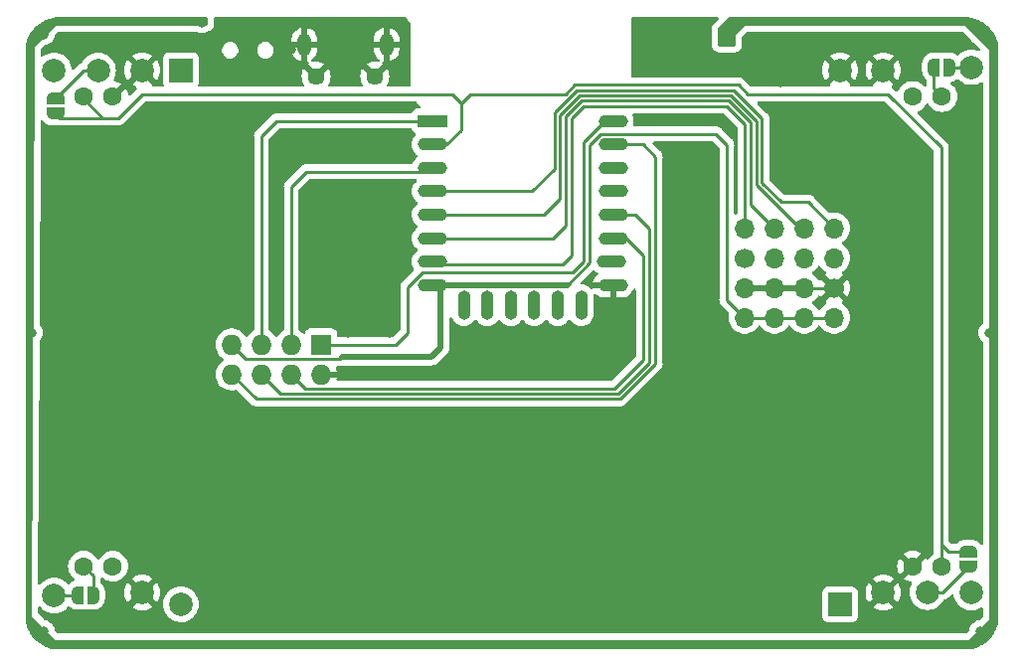
<source format=gbl>
%TF.GenerationSoftware,KiCad,Pcbnew,7.0.2-6a45011f42~172~ubuntu20.04.1*%
%TF.CreationDate,2023-07-24T18:38:05+02:00*%
%TF.ProjectId,pongCard,706f6e67-4361-4726-942e-6b696361645f,rev?*%
%TF.SameCoordinates,Original*%
%TF.FileFunction,Copper,L2,Bot*%
%TF.FilePolarity,Positive*%
%FSLAX46Y46*%
G04 Gerber Fmt 4.6, Leading zero omitted, Abs format (unit mm)*
G04 Created by KiCad (PCBNEW 7.0.2-6a45011f42~172~ubuntu20.04.1) date 2023-07-24 18:38:05*
%MOMM*%
%LPD*%
G01*
G04 APERTURE LIST*
G04 Aperture macros list*
%AMFreePoly0*
4,1,19,0.500000,-0.750000,0.000000,-0.750000,0.000000,-0.744911,-0.071157,-0.744911,-0.207708,-0.704816,-0.327430,-0.627875,-0.420627,-0.520320,-0.479746,-0.390866,-0.500000,-0.250000,-0.500000,0.250000,-0.479746,0.390866,-0.420627,0.520320,-0.327430,0.627875,-0.207708,0.704816,-0.071157,0.744911,0.000000,0.744911,0.000000,0.750000,0.500000,0.750000,0.500000,-0.750000,0.500000,-0.750000,
$1*%
%AMFreePoly1*
4,1,19,0.000000,0.744911,0.071157,0.744911,0.207708,0.704816,0.327430,0.627875,0.420627,0.520320,0.479746,0.390866,0.500000,0.250000,0.500000,-0.250000,0.479746,-0.390866,0.420627,-0.520320,0.327430,-0.627875,0.207708,-0.704816,0.071157,-0.744911,0.000000,-0.744911,0.000000,-0.750000,-0.500000,-0.750000,-0.500000,0.750000,0.000000,0.750000,0.000000,0.744911,0.000000,0.744911,
$1*%
G04 Aperture macros list end*
%TA.AperFunction,ComponentPad*%
%ADD10O,1.200000X1.900000*%
%TD*%
%TA.AperFunction,ComponentPad*%
%ADD11C,1.450000*%
%TD*%
%TA.AperFunction,ComponentPad*%
%ADD12R,2.500000X1.100000*%
%TD*%
%TA.AperFunction,ComponentPad*%
%ADD13O,2.500000X1.100000*%
%TD*%
%TA.AperFunction,ComponentPad*%
%ADD14O,1.100000X2.500000*%
%TD*%
%TA.AperFunction,ComponentPad*%
%ADD15C,1.700000*%
%TD*%
%TA.AperFunction,ComponentPad*%
%ADD16O,1.700000X1.700000*%
%TD*%
%TA.AperFunction,ComponentPad*%
%ADD17R,1.727200X1.727200*%
%TD*%
%TA.AperFunction,ComponentPad*%
%ADD18O,1.727200X1.727200*%
%TD*%
%TA.AperFunction,ComponentPad*%
%ADD19C,2.000000*%
%TD*%
%TA.AperFunction,ComponentPad*%
%ADD20C,1.600000*%
%TD*%
%TA.AperFunction,ComponentPad*%
%ADD21R,2.000000X2.000000*%
%TD*%
%TA.AperFunction,SMDPad,CuDef*%
%ADD22FreePoly0,270.000000*%
%TD*%
%TA.AperFunction,SMDPad,CuDef*%
%ADD23FreePoly1,270.000000*%
%TD*%
%TA.AperFunction,SMDPad,CuDef*%
%ADD24FreePoly0,90.000000*%
%TD*%
%TA.AperFunction,SMDPad,CuDef*%
%ADD25FreePoly1,90.000000*%
%TD*%
%TA.AperFunction,SMDPad,CuDef*%
%ADD26FreePoly0,180.000000*%
%TD*%
%TA.AperFunction,SMDPad,CuDef*%
%ADD27FreePoly1,180.000000*%
%TD*%
%TA.AperFunction,SMDPad,CuDef*%
%ADD28FreePoly0,0.000000*%
%TD*%
%TA.AperFunction,SMDPad,CuDef*%
%ADD29FreePoly1,0.000000*%
%TD*%
%TA.AperFunction,ViaPad*%
%ADD30C,0.800000*%
%TD*%
%TA.AperFunction,Conductor*%
%ADD31C,0.250000*%
%TD*%
%TA.AperFunction,Conductor*%
%ADD32C,0.500000*%
%TD*%
G04 APERTURE END LIST*
D10*
X91297000Y-62880000D03*
D11*
X90297000Y-65580000D03*
X85297000Y-65580000D03*
D10*
X84297000Y-62880000D03*
D12*
X95185000Y-69390000D03*
D13*
X95185000Y-71390000D03*
X95185000Y-73390000D03*
X95185000Y-75390000D03*
X95185000Y-77390000D03*
X95185000Y-79390000D03*
X95185000Y-81390000D03*
X95185000Y-83390000D03*
X110585000Y-83390000D03*
X110485000Y-81390000D03*
X110585000Y-79390000D03*
X110585000Y-77390000D03*
X110585000Y-75390000D03*
X110585000Y-73390000D03*
X110585000Y-71390000D03*
X110585000Y-69390000D03*
D14*
X97875000Y-85090000D03*
X99875000Y-85090000D03*
X101875000Y-85090000D03*
X103875000Y-85090000D03*
X105875000Y-85090000D03*
X107875000Y-85090000D03*
D15*
X129413000Y-83614000D03*
D16*
X129413000Y-86154000D03*
X126873000Y-83614000D03*
X126873000Y-86154000D03*
X124333000Y-83614000D03*
X124333000Y-86154000D03*
X121793000Y-83614000D03*
X121793000Y-86154000D03*
D17*
X85725000Y-88440000D03*
D18*
X85725000Y-90980000D03*
X83185000Y-88440000D03*
X83185000Y-90980000D03*
X80645000Y-88440000D03*
X80645000Y-90980000D03*
X78105000Y-88440000D03*
X78105000Y-90980000D03*
D15*
X121793000Y-81074000D03*
D16*
X121793000Y-78534000D03*
X124333000Y-81074000D03*
X124333000Y-78534000D03*
X126873000Y-81074000D03*
X126873000Y-78534000D03*
X129413000Y-81074000D03*
X129413000Y-78534000D03*
D19*
X62985000Y-65072000D03*
D20*
X65485000Y-67322000D03*
D19*
X66735000Y-65097000D03*
D20*
X65485000Y-107322000D03*
D19*
X62985000Y-109822000D03*
D20*
X67985000Y-107322000D03*
D19*
X70485000Y-109572000D03*
D20*
X67985000Y-67322000D03*
D19*
X70485000Y-65072000D03*
X141097000Y-109568000D03*
D20*
X138597000Y-107318000D03*
D19*
X137347000Y-109543000D03*
D20*
X138597000Y-67318000D03*
D19*
X141097000Y-64818000D03*
D20*
X136097000Y-67318000D03*
D19*
X133597000Y-65068000D03*
D20*
X136097000Y-107318000D03*
D19*
X133597000Y-109568000D03*
D21*
X73787000Y-65072000D03*
D19*
X73787000Y-110572000D03*
D22*
X63119000Y-67470000D03*
D23*
X63119000Y-68770000D03*
D24*
X140843000Y-107378000D03*
D25*
X140843000Y-106078000D03*
D21*
X129921000Y-110572000D03*
D19*
X129921000Y-65072000D03*
D26*
X66309000Y-109776000D03*
D27*
X65009000Y-109776000D03*
D28*
X137907000Y-64818000D03*
D29*
X139207000Y-64818000D03*
D30*
X140335000Y-76756000D03*
X140335000Y-72184000D03*
X76835000Y-63294000D03*
X76327000Y-77772000D03*
X71501000Y-111300000D03*
X118745000Y-74216000D03*
X140335000Y-103934000D03*
X73025000Y-72946000D03*
X88011000Y-87424000D03*
X72263000Y-107998000D03*
X91567000Y-90980000D03*
X115437695Y-72454007D03*
X74295000Y-63040000D03*
X92329000Y-64310000D03*
X79375000Y-86154000D03*
X126873000Y-110284000D03*
X81915000Y-86154000D03*
X124841000Y-71676000D03*
X124841000Y-68374000D03*
X88011000Y-90980000D03*
X84455000Y-86154000D03*
X80391000Y-65580000D03*
X137287000Y-76756000D03*
X76327000Y-69136000D03*
X76835000Y-110284000D03*
X118745000Y-69390000D03*
X115443000Y-85392000D03*
X87757000Y-64056000D03*
X83185000Y-65580000D03*
X105791000Y-90472000D03*
X73279000Y-68120000D03*
X77851000Y-71168000D03*
X73025000Y-78026000D03*
X118745000Y-76756000D03*
X124841000Y-66088000D03*
X91567000Y-87424000D03*
X91567000Y-94536000D03*
X137287000Y-74216000D03*
X124841000Y-74216000D03*
X111633000Y-85392000D03*
X115443000Y-69390000D03*
X137287000Y-72184000D03*
X88011000Y-94536000D03*
X118745000Y-72438000D03*
X137287000Y-103934000D03*
X105791000Y-94536000D03*
X105791000Y-87678000D03*
X83185000Y-63294000D03*
X76581000Y-72946000D03*
X79375000Y-63294000D03*
X141859000Y-62024000D03*
X141859000Y-112824000D03*
X61087000Y-87424000D03*
X62103000Y-62024000D03*
X120777000Y-61262000D03*
X75565000Y-61008000D03*
X62103000Y-112824000D03*
X142621000Y-87424000D03*
D31*
X126873000Y-83614000D02*
X129413000Y-83614000D01*
X121793000Y-83614000D02*
X124333000Y-83614000D01*
X124333000Y-83614000D02*
X126873000Y-83614000D01*
D32*
X95885000Y-83390000D02*
X95885000Y-88694000D01*
D31*
X120269000Y-84630000D02*
X121793000Y-86154000D01*
X78105000Y-88440000D02*
X79293600Y-89628600D01*
X120269000Y-71422000D02*
X120269000Y-84630000D01*
D32*
X95885000Y-88694000D02*
X95123000Y-89456000D01*
D31*
X87330400Y-89628600D02*
X87503000Y-89456000D01*
X108585000Y-71452563D02*
X109522563Y-70515000D01*
X119362000Y-70515000D02*
X120269000Y-71422000D01*
D32*
X106651396Y-83390000D02*
X106681396Y-83360000D01*
X95123000Y-89456000D02*
X87503000Y-89456000D01*
D31*
X79293600Y-89628600D02*
X87330400Y-89628600D01*
X106681396Y-83360000D02*
X108585000Y-81456396D01*
X126873000Y-86154000D02*
X124333000Y-86154000D01*
X109522563Y-70515000D02*
X119362000Y-70515000D01*
D32*
X95885000Y-83390000D02*
X106651396Y-83390000D01*
D31*
X129413000Y-86154000D02*
X126873000Y-86154000D01*
X124333000Y-86154000D02*
X121793000Y-86154000D01*
X108585000Y-81456396D02*
X108585000Y-71452563D01*
X83185000Y-74978000D02*
X84455000Y-73708000D01*
X83185000Y-88440000D02*
X83185000Y-74978000D01*
X84455000Y-73708000D02*
X95567000Y-73708000D01*
X95567000Y-73708000D02*
X95885000Y-73390000D01*
X137907000Y-64818000D02*
X137907000Y-66628000D01*
X137907000Y-66628000D02*
X138597000Y-67318000D01*
X80645000Y-90980000D02*
X82283600Y-92618600D01*
X112521000Y-77390000D02*
X109885000Y-77390000D01*
X111010400Y-92618600D02*
X113665000Y-89964000D01*
X113665000Y-89964000D02*
X113665000Y-78534000D01*
X82283600Y-92618600D02*
X111010400Y-92618600D01*
X113665000Y-78534000D02*
X112521000Y-77390000D01*
X80645000Y-70660000D02*
X81915000Y-69390000D01*
X80645000Y-88440000D02*
X80645000Y-70660000D01*
X81915000Y-69390000D02*
X95885000Y-69390000D01*
X139207000Y-64818000D02*
X141097000Y-64818000D01*
X65485000Y-107322000D02*
X66309000Y-108146000D01*
X66309000Y-108146000D02*
X66309000Y-109776000D01*
X94372563Y-82265000D02*
X107140000Y-82265000D01*
X107140000Y-82265000D02*
X108077000Y-81328000D01*
X92075000Y-88440000D02*
X93091000Y-87424000D01*
X85725000Y-88440000D02*
X92075000Y-88440000D01*
X108077000Y-81328000D02*
X108077000Y-71198000D01*
X108077000Y-71198000D02*
X109885000Y-69390000D01*
X93091000Y-83546563D02*
X94372563Y-82265000D01*
X93091000Y-87424000D02*
X93091000Y-83546563D01*
X84373600Y-92168600D02*
X110698400Y-92168600D01*
X113157000Y-89710000D02*
X113157000Y-80820000D01*
X111727000Y-79390000D02*
X109885000Y-79390000D01*
X110698400Y-92168600D02*
X113157000Y-89710000D01*
X113157000Y-80820000D02*
X111727000Y-79390000D01*
X83185000Y-90980000D02*
X84373600Y-92168600D01*
X129413000Y-78534000D02*
X127185000Y-76306000D01*
X127185000Y-76306000D02*
X124908604Y-76306000D01*
X123259000Y-74656396D02*
X123259000Y-69200812D01*
X103659000Y-75390000D02*
X95885000Y-75390000D01*
X107517812Y-66770000D02*
X105595000Y-68692812D01*
X120828188Y-66770000D02*
X107517812Y-66770000D01*
X105595000Y-68692812D02*
X105595000Y-73454000D01*
X105595000Y-73454000D02*
X103659000Y-75390000D01*
X123259000Y-69200812D02*
X120828188Y-66770000D01*
X124908604Y-76306000D02*
X123259000Y-74656396D01*
X122809000Y-69387208D02*
X120641792Y-67220000D01*
X126500208Y-78534000D02*
X126873000Y-78534000D01*
X120641792Y-67220000D02*
X107704208Y-67220000D01*
X106045000Y-68879208D02*
X106045000Y-75994000D01*
X106045000Y-75994000D02*
X104649000Y-77390000D01*
X107704208Y-67220000D02*
X106045000Y-68879208D01*
X104649000Y-77390000D02*
X95885000Y-77390000D01*
X122809000Y-74842792D02*
X126500208Y-78534000D01*
X122809000Y-69387208D02*
X122809000Y-74842792D01*
X107890604Y-67670000D02*
X106553000Y-69007604D01*
X122301000Y-69515604D02*
X122301000Y-76502000D01*
X120455396Y-67670000D02*
X107890604Y-67670000D01*
X122301000Y-69515604D02*
X120455396Y-67670000D01*
X106553000Y-78280000D02*
X105443000Y-79390000D01*
X105443000Y-79390000D02*
X95885000Y-79390000D01*
X122301000Y-76502000D02*
X124333000Y-78534000D01*
X106553000Y-69007604D02*
X106553000Y-78280000D01*
X108077000Y-68120000D02*
X107061000Y-69136000D01*
X121793000Y-78534000D02*
X121793000Y-69644000D01*
X106299000Y-81582000D02*
X96077000Y-81582000D01*
X96077000Y-81582000D02*
X95885000Y-81390000D01*
X107061000Y-80820000D02*
X106299000Y-81582000D01*
X120269000Y-68120000D02*
X108077000Y-68120000D01*
X121793000Y-69644000D02*
X120269000Y-68120000D01*
X107061000Y-69136000D02*
X107061000Y-80820000D01*
X78105000Y-90980000D02*
X80193600Y-93068600D01*
X114173000Y-90092396D02*
X114173000Y-72438000D01*
X113125000Y-71390000D02*
X109885000Y-71390000D01*
X111196796Y-93068600D02*
X114173000Y-90092396D01*
X80193600Y-93068600D02*
X111196796Y-93068600D01*
X114173000Y-72438000D02*
X113125000Y-71390000D01*
X62985000Y-109822000D02*
X64963000Y-109822000D01*
X64963000Y-109822000D02*
X65009000Y-109776000D01*
X137347000Y-109543000D02*
X138678000Y-109543000D01*
X138678000Y-109543000D02*
X140843000Y-107378000D01*
X133985000Y-67104000D02*
X138537000Y-71656000D01*
X139157000Y-106078000D02*
X138537000Y-105458000D01*
X96901000Y-67104000D02*
X70485000Y-67104000D01*
X95885000Y-71390000D02*
X96425000Y-71390000D01*
X96425000Y-71390000D02*
X97663000Y-70152000D01*
X138537000Y-105458000D02*
X138537000Y-107358000D01*
X98425000Y-67104000D02*
X106547416Y-67104000D01*
X97663000Y-67866000D02*
X98425000Y-67104000D01*
X67183000Y-69136000D02*
X67117000Y-69136000D01*
X97663000Y-70152000D02*
X97663000Y-68120000D01*
X121263000Y-66320000D02*
X122047000Y-67104000D01*
X63119000Y-68770000D02*
X63485000Y-69136000D01*
X63485000Y-69136000D02*
X67183000Y-69136000D01*
X97663000Y-68120000D02*
X97663000Y-67866000D01*
X138537000Y-71656000D02*
X138537000Y-105458000D01*
X140843000Y-106078000D02*
X139157000Y-106078000D01*
X70485000Y-67104000D02*
X68453000Y-69136000D01*
X106547416Y-67104000D02*
X107331416Y-66320000D01*
X107331416Y-66320000D02*
X121263000Y-66320000D01*
X97663000Y-67866000D02*
X96901000Y-67104000D01*
X122047000Y-67104000D02*
X133985000Y-67104000D01*
X68453000Y-69136000D02*
X67183000Y-69136000D01*
X67117000Y-69136000D02*
X65405000Y-67424000D01*
X66735000Y-65097000D02*
X65492000Y-65097000D01*
X65492000Y-65097000D02*
X63119000Y-67470000D01*
%TA.AperFunction,Conductor*%
G36*
X76016039Y-60545185D02*
G01*
X76061794Y-60597989D01*
X76073000Y-60649500D01*
X76073000Y-61138000D01*
X76053315Y-61205039D01*
X76000511Y-61250794D01*
X75949000Y-61262000D01*
X63118999Y-61262000D01*
X61341000Y-63039998D01*
X61340999Y-63040000D01*
X61087000Y-111553998D01*
X61087000Y-111554000D01*
X63119000Y-113586000D01*
X140843000Y-113586000D01*
X142621000Y-111808000D01*
X142621000Y-63294000D01*
X140589000Y-61262000D01*
X121792999Y-61262000D01*
X121031000Y-62023999D01*
X121031000Y-62916000D01*
X121011315Y-62983039D01*
X120958511Y-63028794D01*
X120907000Y-63040000D01*
X119631000Y-63040000D01*
X119563961Y-63020315D01*
X119518206Y-62967511D01*
X119507000Y-62916000D01*
X119507000Y-61567362D01*
X119526685Y-61500323D01*
X119543319Y-61479681D01*
X120461181Y-60561819D01*
X120522504Y-60528334D01*
X120548862Y-60525500D01*
X140491715Y-60525500D01*
X140496754Y-60525500D01*
X140503244Y-60525670D01*
X140804433Y-60541455D01*
X140817340Y-60542812D01*
X140876810Y-60552231D01*
X141112022Y-60589484D01*
X141124690Y-60592176D01*
X141412901Y-60669402D01*
X141425228Y-60673407D01*
X141703781Y-60780334D01*
X141715617Y-60785603D01*
X141981477Y-60921065D01*
X141992683Y-60927535D01*
X142242923Y-61090044D01*
X142253414Y-61097666D01*
X142485282Y-61285429D01*
X142494927Y-61294114D01*
X142705885Y-61505072D01*
X142714570Y-61514717D01*
X142902333Y-61746585D01*
X142909958Y-61757079D01*
X143072460Y-62007310D01*
X143078937Y-62018529D01*
X143136499Y-62131500D01*
X143214391Y-62284372D01*
X143219670Y-62296229D01*
X143326589Y-62574762D01*
X143330599Y-62587104D01*
X143378775Y-62766900D01*
X143383000Y-62798991D01*
X143383000Y-112201007D01*
X143378775Y-112233100D01*
X143330600Y-112412892D01*
X143326589Y-112425237D01*
X143219670Y-112703770D01*
X143214391Y-112715627D01*
X143078941Y-112981464D01*
X143072455Y-112992697D01*
X142970258Y-113150067D01*
X142909962Y-113242914D01*
X142902333Y-113253414D01*
X142714570Y-113485282D01*
X142705885Y-113494927D01*
X142494927Y-113705885D01*
X142485282Y-113714570D01*
X142253414Y-113902333D01*
X142242914Y-113909962D01*
X141992697Y-114072455D01*
X141981464Y-114078941D01*
X141715627Y-114214391D01*
X141703770Y-114219670D01*
X141425239Y-114326588D01*
X141412896Y-114330598D01*
X141363725Y-114343774D01*
X141331630Y-114348000D01*
X62668370Y-114348000D01*
X62636276Y-114343775D01*
X62636272Y-114343774D01*
X62624702Y-114340673D01*
X62587104Y-114330599D01*
X62574760Y-114326588D01*
X62296229Y-114219670D01*
X62284372Y-114214391D01*
X62255029Y-114199440D01*
X62018529Y-114078937D01*
X62007310Y-114072460D01*
X61757079Y-113909958D01*
X61746585Y-113902333D01*
X61514717Y-113714570D01*
X61505072Y-113705885D01*
X61294114Y-113494927D01*
X61285429Y-113485282D01*
X61097666Y-113253414D01*
X61090044Y-113242923D01*
X60927535Y-112992683D01*
X60921065Y-112981477D01*
X60785603Y-112715617D01*
X60780334Y-112703781D01*
X60673407Y-112425228D01*
X60669402Y-112412901D01*
X60592176Y-112124690D01*
X60589487Y-112112037D01*
X60580524Y-112055449D01*
X60579000Y-112036073D01*
X60579000Y-62963924D01*
X60580524Y-62944552D01*
X60589487Y-62887958D01*
X60592175Y-62875312D01*
X60669403Y-62587092D01*
X60673404Y-62574777D01*
X60780336Y-62296211D01*
X60785600Y-62284389D01*
X60921069Y-62018514D01*
X60927530Y-62007324D01*
X61090050Y-61757066D01*
X61097659Y-61746594D01*
X61285437Y-61514707D01*
X61294104Y-61505082D01*
X61505082Y-61294104D01*
X61514707Y-61285437D01*
X61746594Y-61097659D01*
X61757066Y-61090050D01*
X62007324Y-60927530D01*
X62018514Y-60921069D01*
X62284389Y-60785600D01*
X62296211Y-60780336D01*
X62574777Y-60673404D01*
X62587092Y-60669403D01*
X62875312Y-60592175D01*
X62887973Y-60589485D01*
X63182658Y-60542812D01*
X63195564Y-60541455D01*
X63496756Y-60525669D01*
X63503246Y-60525500D01*
X63508285Y-60525500D01*
X75949000Y-60525500D01*
X76016039Y-60545185D01*
G37*
%TD.AperFunction*%
%TA.AperFunction,Conductor*%
G36*
X93859362Y-67757502D02*
G01*
X93889630Y-67784788D01*
X94163230Y-68126788D01*
X94190166Y-68192477D01*
X94177312Y-68262300D01*
X94128749Y-68314090D01*
X94064841Y-68331500D01*
X93886362Y-68331500D01*
X93883013Y-68331859D01*
X93883013Y-68331860D01*
X93825799Y-68338011D01*
X93688794Y-68389111D01*
X93571738Y-68476738D01*
X93484111Y-68593794D01*
X93453998Y-68674532D01*
X93411451Y-68731368D01*
X93344931Y-68756179D01*
X93335942Y-68756500D01*
X81998853Y-68756500D01*
X81978064Y-68754204D01*
X81907014Y-68756438D01*
X81903055Y-68756500D01*
X81875144Y-68756500D01*
X81871218Y-68756995D01*
X81871200Y-68756997D01*
X81871108Y-68757009D01*
X81859303Y-68757937D01*
X81815110Y-68759326D01*
X81795657Y-68764978D01*
X81776303Y-68768986D01*
X81756204Y-68771525D01*
X81715096Y-68787801D01*
X81703870Y-68791644D01*
X81661408Y-68803981D01*
X81643964Y-68814297D01*
X81626215Y-68822991D01*
X81607384Y-68830446D01*
X81571625Y-68856427D01*
X81561706Y-68862943D01*
X81523636Y-68885457D01*
X81509309Y-68899785D01*
X81494279Y-68912622D01*
X81477894Y-68924526D01*
X81449711Y-68958593D01*
X81441723Y-68967370D01*
X80256336Y-70152757D01*
X80240016Y-70165833D01*
X80191370Y-70217635D01*
X80188621Y-70220472D01*
X80171667Y-70237427D01*
X80171660Y-70237434D01*
X80168865Y-70240230D01*
X80166442Y-70243352D01*
X80166426Y-70243371D01*
X80166365Y-70243451D01*
X80158689Y-70252436D01*
X80128414Y-70284677D01*
X80118652Y-70302434D01*
X80107801Y-70318952D01*
X80095385Y-70334959D01*
X80077824Y-70375539D01*
X80072604Y-70386195D01*
X80051304Y-70424940D01*
X80046267Y-70444559D01*
X80039864Y-70463261D01*
X80031818Y-70481855D01*
X80024901Y-70525524D01*
X80022495Y-70537144D01*
X80011500Y-70579969D01*
X80011500Y-70600223D01*
X80009949Y-70619933D01*
X80006779Y-70639942D01*
X80010941Y-70683961D01*
X80011500Y-70695819D01*
X80011500Y-87147616D01*
X79991498Y-87215737D01*
X79945471Y-87258429D01*
X79891959Y-87287389D01*
X79712515Y-87427054D01*
X79558510Y-87594349D01*
X79480483Y-87713779D01*
X79426479Y-87759868D01*
X79356131Y-87769443D01*
X79291774Y-87739466D01*
X79269517Y-87713779D01*
X79191489Y-87594349D01*
X79037484Y-87427054D01*
X78858039Y-87287387D01*
X78658056Y-87179161D01*
X78442982Y-87105327D01*
X78218698Y-87067900D01*
X78218695Y-87067900D01*
X77991305Y-87067900D01*
X77991302Y-87067900D01*
X77767017Y-87105327D01*
X77551943Y-87179161D01*
X77351960Y-87287387D01*
X77172515Y-87427054D01*
X77018510Y-87594349D01*
X76894139Y-87784714D01*
X76802796Y-87992954D01*
X76756978Y-88173887D01*
X76746976Y-88213386D01*
X76728198Y-88440000D01*
X76746976Y-88666614D01*
X76746976Y-88666617D01*
X76746977Y-88666618D01*
X76802796Y-88887045D01*
X76894139Y-89095285D01*
X77018510Y-89285650D01*
X77172515Y-89452945D01*
X77351960Y-89592612D01*
X77364110Y-89599187D01*
X77414500Y-89649200D01*
X77429852Y-89718517D01*
X77405291Y-89785130D01*
X77364110Y-89820813D01*
X77351960Y-89827387D01*
X77172515Y-89967054D01*
X77018510Y-90134349D01*
X76894139Y-90324714D01*
X76802796Y-90532954D01*
X76746977Y-90753381D01*
X76746976Y-90753386D01*
X76728198Y-90980000D01*
X76746976Y-91206614D01*
X76746976Y-91206617D01*
X76746977Y-91206618D01*
X76802796Y-91427045D01*
X76894139Y-91635285D01*
X77018510Y-91825650D01*
X77172515Y-91992945D01*
X77351960Y-92132612D01*
X77551943Y-92240838D01*
X77551945Y-92240839D01*
X77767015Y-92314672D01*
X77856730Y-92329643D01*
X77991302Y-92352100D01*
X77991305Y-92352100D01*
X78218698Y-92352100D01*
X78442973Y-92314674D01*
X78442972Y-92314674D01*
X78442985Y-92314672D01*
X78443611Y-92314456D01*
X78444526Y-92314415D01*
X78453284Y-92312954D01*
X78453460Y-92314011D01*
X78514531Y-92311249D01*
X78573627Y-92344531D01*
X79686351Y-93457255D01*
X79699435Y-93473585D01*
X79751266Y-93522257D01*
X79754109Y-93525013D01*
X79773830Y-93544734D01*
X79776951Y-93547155D01*
X79776959Y-93547162D01*
X79777025Y-93547213D01*
X79786045Y-93554917D01*
X79818279Y-93585186D01*
X79836035Y-93594947D01*
X79852551Y-93605796D01*
X79868559Y-93618213D01*
X79908753Y-93635606D01*
X79909125Y-93635767D01*
X79919788Y-93640991D01*
X79958538Y-93662294D01*
X79958540Y-93662295D01*
X79978162Y-93667333D01*
X79996867Y-93673737D01*
X80015455Y-93681781D01*
X80059122Y-93688696D01*
X80070729Y-93691100D01*
X80113570Y-93702100D01*
X80133831Y-93702100D01*
X80153539Y-93703650D01*
X80173543Y-93706819D01*
X80173543Y-93706818D01*
X80173544Y-93706819D01*
X80217554Y-93702659D01*
X80229411Y-93702100D01*
X111112943Y-93702100D01*
X111133731Y-93704395D01*
X111136703Y-93704301D01*
X111136705Y-93704302D01*
X111204781Y-93702162D01*
X111208741Y-93702100D01*
X111232690Y-93702100D01*
X111236652Y-93702100D01*
X111240652Y-93701594D01*
X111252495Y-93700661D01*
X111296685Y-93699273D01*
X111316134Y-93693621D01*
X111335494Y-93689612D01*
X111355593Y-93687074D01*
X111396711Y-93670793D01*
X111407913Y-93666957D01*
X111450389Y-93654618D01*
X111467835Y-93644299D01*
X111485576Y-93635609D01*
X111504413Y-93628152D01*
X111540188Y-93602158D01*
X111550099Y-93595648D01*
X111588158Y-93573142D01*
X111602487Y-93558812D01*
X111617515Y-93545977D01*
X111633903Y-93534072D01*
X111662099Y-93499986D01*
X111670068Y-93491230D01*
X114561659Y-90599640D01*
X114577980Y-90586565D01*
X114580014Y-90584397D01*
X114580018Y-90584396D01*
X114626660Y-90534725D01*
X114629352Y-90531947D01*
X114649135Y-90512166D01*
X114651613Y-90508970D01*
X114659308Y-90499959D01*
X114689586Y-90467717D01*
X114699342Y-90449967D01*
X114710195Y-90433446D01*
X114722614Y-90417437D01*
X114740175Y-90376850D01*
X114745388Y-90366209D01*
X114766695Y-90327456D01*
X114771733Y-90307830D01*
X114778137Y-90289128D01*
X114786181Y-90270540D01*
X114787597Y-90261603D01*
X114793096Y-90226877D01*
X114795504Y-90215249D01*
X114806500Y-90172426D01*
X114806500Y-90152170D01*
X114808051Y-90132459D01*
X114811220Y-90112453D01*
X114807059Y-90068432D01*
X114806500Y-90056575D01*
X114806500Y-72521852D01*
X114808795Y-72501061D01*
X114807649Y-72464606D01*
X114806562Y-72430000D01*
X114806500Y-72426042D01*
X114806500Y-72402108D01*
X114806500Y-72398144D01*
X114805995Y-72394152D01*
X114805062Y-72382306D01*
X114804759Y-72372659D01*
X114803674Y-72338111D01*
X114798020Y-72318652D01*
X114794013Y-72299306D01*
X114791474Y-72279203D01*
X114775194Y-72238086D01*
X114771353Y-72226866D01*
X114759017Y-72184405D01*
X114748706Y-72166970D01*
X114740008Y-72149215D01*
X114732552Y-72130383D01*
X114706565Y-72094616D01*
X114700047Y-72084693D01*
X114685683Y-72060404D01*
X114677542Y-72046638D01*
X114663212Y-72032308D01*
X114650378Y-72017281D01*
X114638472Y-72000893D01*
X114638471Y-72000892D01*
X114604400Y-71972705D01*
X114595621Y-71964717D01*
X113994500Y-71363595D01*
X113960475Y-71301283D01*
X113965540Y-71230467D01*
X114008087Y-71173632D01*
X114074607Y-71148821D01*
X114083596Y-71148500D01*
X119047406Y-71148500D01*
X119115527Y-71168502D01*
X119136501Y-71185405D01*
X119598594Y-71647498D01*
X119632620Y-71709810D01*
X119635499Y-71736593D01*
X119635499Y-84546152D01*
X119633204Y-84566941D01*
X119635438Y-84637984D01*
X119635500Y-84641943D01*
X119635500Y-84669856D01*
X119635995Y-84673774D01*
X119635997Y-84673806D01*
X119636008Y-84673888D01*
X119636937Y-84685697D01*
X119638326Y-84729892D01*
X119643977Y-84749341D01*
X119647986Y-84768696D01*
X119650525Y-84788794D01*
X119666801Y-84829903D01*
X119670644Y-84841130D01*
X119682980Y-84883590D01*
X119693294Y-84901030D01*
X119701987Y-84918774D01*
X119709448Y-84937617D01*
X119709449Y-84937619D01*
X119735431Y-84973380D01*
X119741948Y-84983301D01*
X119764458Y-85021363D01*
X119778778Y-85035683D01*
X119791618Y-85050716D01*
X119803526Y-85067105D01*
X119837598Y-85095292D01*
X119846378Y-85103282D01*
X120443132Y-85700036D01*
X120477158Y-85762348D01*
X120476182Y-85820060D01*
X120448436Y-85929629D01*
X120448436Y-85929632D01*
X120429844Y-86154000D01*
X120448436Y-86378368D01*
X120448436Y-86378371D01*
X120448437Y-86378372D01*
X120503702Y-86596611D01*
X120594139Y-86802790D01*
X120717278Y-86991268D01*
X120869762Y-87156908D01*
X121047421Y-87295187D01*
X121047424Y-87295189D01*
X121245426Y-87402342D01*
X121458365Y-87475444D01*
X121680431Y-87512500D01*
X121680434Y-87512500D01*
X121905566Y-87512500D01*
X121905569Y-87512500D01*
X122127635Y-87475444D01*
X122340574Y-87402342D01*
X122538576Y-87295189D01*
X122716240Y-87156906D01*
X122868722Y-86991268D01*
X122957518Y-86855354D01*
X123011521Y-86809268D01*
X123081869Y-86799693D01*
X123146226Y-86829670D01*
X123168480Y-86855353D01*
X123189193Y-86887056D01*
X123257278Y-86991268D01*
X123409762Y-87156908D01*
X123587421Y-87295187D01*
X123587424Y-87295189D01*
X123785426Y-87402342D01*
X123998365Y-87475444D01*
X124220431Y-87512500D01*
X124220434Y-87512500D01*
X124445566Y-87512500D01*
X124445569Y-87512500D01*
X124667635Y-87475444D01*
X124880574Y-87402342D01*
X125078576Y-87295189D01*
X125256240Y-87156906D01*
X125408722Y-86991268D01*
X125497518Y-86855354D01*
X125551521Y-86809268D01*
X125621869Y-86799693D01*
X125686226Y-86829670D01*
X125708480Y-86855353D01*
X125729193Y-86887056D01*
X125797278Y-86991268D01*
X125949762Y-87156908D01*
X126127421Y-87295187D01*
X126127424Y-87295189D01*
X126325426Y-87402342D01*
X126538365Y-87475444D01*
X126760431Y-87512500D01*
X126760434Y-87512500D01*
X126985566Y-87512500D01*
X126985569Y-87512500D01*
X127207635Y-87475444D01*
X127420574Y-87402342D01*
X127618576Y-87295189D01*
X127796240Y-87156906D01*
X127948722Y-86991268D01*
X128037518Y-86855354D01*
X128091521Y-86809268D01*
X128161869Y-86799693D01*
X128226226Y-86829670D01*
X128248480Y-86855353D01*
X128269193Y-86887056D01*
X128337278Y-86991268D01*
X128489762Y-87156908D01*
X128667421Y-87295187D01*
X128667424Y-87295189D01*
X128865426Y-87402342D01*
X129078365Y-87475444D01*
X129300431Y-87512500D01*
X129300434Y-87512500D01*
X129525566Y-87512500D01*
X129525569Y-87512500D01*
X129747635Y-87475444D01*
X129960574Y-87402342D01*
X130158576Y-87295189D01*
X130336240Y-87156906D01*
X130488722Y-86991268D01*
X130611860Y-86802791D01*
X130702296Y-86596616D01*
X130757564Y-86378368D01*
X130776156Y-86154000D01*
X130757564Y-85929632D01*
X130702296Y-85711384D01*
X130611860Y-85505209D01*
X130488722Y-85316732D01*
X130336240Y-85151094D01*
X130336239Y-85151093D01*
X130336237Y-85151091D01*
X130196973Y-85042697D01*
X130158576Y-85012811D01*
X130124792Y-84994528D01*
X130074402Y-84944516D01*
X130059050Y-84875199D01*
X130083611Y-84808586D01*
X130124793Y-84772901D01*
X130158303Y-84754765D01*
X130178688Y-84738899D01*
X130178689Y-84738898D01*
X129540588Y-84100797D01*
X129555315Y-84098680D01*
X129686100Y-84038952D01*
X129794761Y-83944798D01*
X129872493Y-83823844D01*
X129897361Y-83739150D01*
X130536077Y-84377866D01*
X130611418Y-84262551D01*
X130701819Y-84056457D01*
X130757068Y-83838283D01*
X130775653Y-83614000D01*
X130757068Y-83389716D01*
X130701819Y-83171543D01*
X130611417Y-82965446D01*
X130536077Y-82850132D01*
X130536075Y-82850132D01*
X129897360Y-83488847D01*
X129872493Y-83404156D01*
X129794761Y-83283202D01*
X129686100Y-83189048D01*
X129555315Y-83129320D01*
X129540587Y-83127202D01*
X130178689Y-82489100D01*
X130178688Y-82489099D01*
X130158300Y-82473230D01*
X130124792Y-82455097D01*
X130074402Y-82405084D01*
X130059050Y-82335767D01*
X130083611Y-82269154D01*
X130124790Y-82233472D01*
X130158576Y-82215189D01*
X130336240Y-82076906D01*
X130488722Y-81911268D01*
X130611860Y-81722791D01*
X130702296Y-81516616D01*
X130757564Y-81298368D01*
X130776156Y-81074000D01*
X130757564Y-80849632D01*
X130702296Y-80631384D01*
X130611860Y-80425209D01*
X130488722Y-80236732D01*
X130336240Y-80071094D01*
X130336239Y-80071093D01*
X130336237Y-80071091D01*
X130158579Y-79932813D01*
X130158577Y-79932812D01*
X130158576Y-79932811D01*
X130125317Y-79914812D01*
X130074929Y-79864801D01*
X130059576Y-79795484D01*
X130084136Y-79728871D01*
X130125316Y-79693187D01*
X130158576Y-79675189D01*
X130336240Y-79536906D01*
X130488722Y-79371268D01*
X130611860Y-79182791D01*
X130702296Y-78976616D01*
X130757564Y-78758368D01*
X130776156Y-78534000D01*
X130757564Y-78309632D01*
X130702296Y-78091384D01*
X130611860Y-77885209D01*
X130488722Y-77696732D01*
X130336240Y-77531094D01*
X130336239Y-77531093D01*
X130336237Y-77531091D01*
X130158578Y-77392812D01*
X129960573Y-77285657D01*
X129799898Y-77230498D01*
X129747635Y-77212556D01*
X129525569Y-77175500D01*
X129300431Y-77175500D01*
X129078365Y-77212556D01*
X129078361Y-77212557D01*
X129068067Y-77214275D01*
X129067528Y-77211046D01*
X129014118Y-77213440D01*
X128955075Y-77180171D01*
X128342564Y-76567660D01*
X127692244Y-75917339D01*
X127679172Y-75901022D01*
X127672272Y-75894543D01*
X127627362Y-75852371D01*
X127624518Y-75849614D01*
X127607572Y-75832667D01*
X127607570Y-75832666D01*
X127604770Y-75829865D01*
X127601641Y-75827437D01*
X127601637Y-75827434D01*
X127601577Y-75827388D01*
X127592554Y-75819682D01*
X127585032Y-75812619D01*
X127560321Y-75789414D01*
X127560320Y-75789413D01*
X127542567Y-75779653D01*
X127526041Y-75768797D01*
X127510041Y-75756386D01*
X127469466Y-75738828D01*
X127458804Y-75733604D01*
X127420063Y-75712305D01*
X127406313Y-75708775D01*
X127400437Y-75707266D01*
X127381731Y-75700862D01*
X127363145Y-75692819D01*
X127319475Y-75685902D01*
X127307853Y-75683495D01*
X127265030Y-75672500D01*
X127265029Y-75672500D01*
X127244776Y-75672500D01*
X127225066Y-75670949D01*
X127205057Y-75667779D01*
X127161039Y-75671941D01*
X127149181Y-75672500D01*
X125223199Y-75672500D01*
X125155078Y-75652498D01*
X125134104Y-75635595D01*
X123929404Y-74430895D01*
X123895378Y-74368583D01*
X123892499Y-74341800D01*
X123892499Y-71855472D01*
X123892499Y-69284654D01*
X123894795Y-69263878D01*
X123894701Y-69260905D01*
X123894702Y-69260903D01*
X123892560Y-69192823D01*
X123892499Y-69188860D01*
X123892499Y-69182498D01*
X123892500Y-69160956D01*
X123891994Y-69156959D01*
X123891061Y-69145109D01*
X123890416Y-69124577D01*
X123889673Y-69100922D01*
X123884020Y-69081468D01*
X123880012Y-69062110D01*
X123877474Y-69042015D01*
X123861190Y-69000889D01*
X123857359Y-68989700D01*
X123845018Y-68947219D01*
X123834704Y-68929780D01*
X123826008Y-68912028D01*
X123825619Y-68911046D01*
X123818552Y-68893195D01*
X123792571Y-68857436D01*
X123786050Y-68847510D01*
X123763542Y-68809449D01*
X123757187Y-68803094D01*
X123749213Y-68795120D01*
X123736376Y-68780089D01*
X123724473Y-68763705D01*
X123690406Y-68735523D01*
X123681626Y-68727533D01*
X122906688Y-67952595D01*
X122872662Y-67890283D01*
X122877727Y-67819468D01*
X122920274Y-67762632D01*
X122986794Y-67737821D01*
X122995783Y-67737500D01*
X133670406Y-67737500D01*
X133738527Y-67757502D01*
X133759501Y-67774405D01*
X137866595Y-71881499D01*
X137900621Y-71943811D01*
X137903500Y-71970594D01*
X137903500Y-105374147D01*
X137901204Y-105394935D01*
X137903438Y-105465984D01*
X137903500Y-105469943D01*
X137903500Y-106140618D01*
X137883498Y-106208739D01*
X137849771Y-106243831D01*
X137752696Y-106311804D01*
X137590804Y-106473696D01*
X137453154Y-106670281D01*
X137451356Y-106669022D01*
X137413983Y-106711454D01*
X137345702Y-106730904D01*
X137277746Y-106710351D01*
X137242178Y-106669293D01*
X137240411Y-106670531D01*
X137184100Y-106590110D01*
X137184098Y-106590110D01*
X136495727Y-107278482D01*
X136482165Y-107192852D01*
X136424641Y-107079955D01*
X136335045Y-106990359D01*
X136222148Y-106932835D01*
X136136517Y-106919272D01*
X136824888Y-106230899D01*
X136753497Y-106180912D01*
X136546070Y-106084186D01*
X136324999Y-106024951D01*
X136096999Y-106005004D01*
X135869000Y-106024951D01*
X135647929Y-106084186D01*
X135440499Y-106180913D01*
X135369109Y-106230900D01*
X136057481Y-106919272D01*
X135971852Y-106932835D01*
X135858955Y-106990359D01*
X135769359Y-107079955D01*
X135711835Y-107192852D01*
X135698272Y-107278481D01*
X135009900Y-106590109D01*
X134959913Y-106661499D01*
X134863186Y-106868929D01*
X134803951Y-107090000D01*
X134784004Y-107317999D01*
X134803951Y-107545999D01*
X134863186Y-107767070D01*
X134959912Y-107974497D01*
X135009900Y-108045888D01*
X135698272Y-107357515D01*
X135711835Y-107443148D01*
X135769359Y-107556045D01*
X135858955Y-107645641D01*
X135971852Y-107703165D01*
X136057483Y-107716727D01*
X135369110Y-108405098D01*
X135369110Y-108405100D01*
X135440497Y-108455085D01*
X135647929Y-108551813D01*
X135868999Y-108611048D01*
X135931807Y-108616543D01*
X135997925Y-108642406D01*
X136039565Y-108699909D01*
X136043506Y-108770796D01*
X136028259Y-108807898D01*
X135998760Y-108856034D01*
X135907895Y-109075405D01*
X135852464Y-109306288D01*
X135833835Y-109543000D01*
X135852464Y-109779711D01*
X135907895Y-110010594D01*
X135998761Y-110229966D01*
X136122823Y-110432415D01*
X136277030Y-110612969D01*
X136457584Y-110767176D01*
X136660033Y-110891238D01*
X136660035Y-110891238D01*
X136660037Y-110891240D01*
X136879406Y-110982105D01*
X137053220Y-111023834D01*
X137110288Y-111037535D01*
X137127558Y-111038894D01*
X137347000Y-111056165D01*
X137583711Y-111037535D01*
X137814594Y-110982105D01*
X138033963Y-110891240D01*
X138236416Y-110767176D01*
X138416969Y-110612969D01*
X138571176Y-110432416D01*
X138693835Y-110232254D01*
X138746482Y-110184625D01*
X138766111Y-110177095D01*
X138777888Y-110173673D01*
X138777889Y-110173673D01*
X138797335Y-110168022D01*
X138816698Y-110164012D01*
X138836797Y-110161474D01*
X138877915Y-110145193D01*
X138889117Y-110141357D01*
X138931593Y-110129018D01*
X138949039Y-110118699D01*
X138966780Y-110110009D01*
X138985617Y-110102552D01*
X139021392Y-110076558D01*
X139031303Y-110070048D01*
X139069362Y-110047542D01*
X139083691Y-110033212D01*
X139098719Y-110020377D01*
X139115107Y-110008472D01*
X139143303Y-109974386D01*
X139151272Y-109965630D01*
X139388025Y-109728877D01*
X139450335Y-109694853D01*
X139521150Y-109699918D01*
X139577986Y-109742465D01*
X139598016Y-109795581D01*
X139600150Y-109795069D01*
X139657895Y-110035594D01*
X139748761Y-110254966D01*
X139872823Y-110457415D01*
X140027030Y-110637969D01*
X140207584Y-110792176D01*
X140410033Y-110916238D01*
X140410035Y-110916238D01*
X140410037Y-110916240D01*
X140629406Y-111007105D01*
X140792149Y-111046176D01*
X140860288Y-111062535D01*
X140877558Y-111063894D01*
X141097000Y-111081165D01*
X141333711Y-111062535D01*
X141564594Y-111007105D01*
X141783963Y-110916240D01*
X141915667Y-110835531D01*
X141984198Y-110816993D01*
X142051875Y-110838449D01*
X142097208Y-110893088D01*
X142107500Y-110942964D01*
X142107500Y-111543111D01*
X142087498Y-111611232D01*
X142070595Y-111632206D01*
X141820115Y-111882686D01*
X141757803Y-111916712D01*
X141757217Y-111916837D01*
X141576715Y-111955204D01*
X141402246Y-112032883D01*
X141247747Y-112145133D01*
X141119958Y-112287057D01*
X141024472Y-112452443D01*
X140965458Y-112634070D01*
X140957993Y-112705098D01*
X140930979Y-112770754D01*
X140921779Y-112781021D01*
X140667207Y-113035595D01*
X140604895Y-113069620D01*
X140578111Y-113072500D01*
X63383888Y-113072500D01*
X63315767Y-113052498D01*
X63294793Y-113035595D01*
X63040221Y-112781023D01*
X63006195Y-112718711D01*
X63004006Y-112705101D01*
X62996542Y-112634072D01*
X62937527Y-112452444D01*
X62887620Y-112366003D01*
X62842041Y-112287057D01*
X62714252Y-112145133D01*
X62559753Y-112032883D01*
X62559752Y-112032882D01*
X62385288Y-111955206D01*
X62385284Y-111955204D01*
X62204782Y-111916837D01*
X62142308Y-111883109D01*
X62141884Y-111882686D01*
X61638792Y-111379594D01*
X61604766Y-111317282D01*
X61601889Y-111289839D01*
X61604093Y-110868781D01*
X61624451Y-110800768D01*
X61678349Y-110754557D01*
X61748675Y-110744821D01*
X61813101Y-110774652D01*
X61825902Y-110787613D01*
X61915030Y-110891969D01*
X62095584Y-111046176D01*
X62298033Y-111170238D01*
X62298035Y-111170238D01*
X62298037Y-111170240D01*
X62517406Y-111261105D01*
X62692857Y-111303227D01*
X62748288Y-111316535D01*
X62757780Y-111317282D01*
X62985000Y-111335165D01*
X63221711Y-111316535D01*
X63452594Y-111261105D01*
X63671963Y-111170240D01*
X63874416Y-111046176D01*
X64054969Y-110891969D01*
X64145033Y-110786516D01*
X64204479Y-110747711D01*
X64275474Y-110747203D01*
X64323353Y-110773125D01*
X64400460Y-110839938D01*
X64521414Y-110917670D01*
X64654423Y-110978413D01*
X64792378Y-111018920D01*
X64937111Y-111039729D01*
X64937114Y-111039729D01*
X65506743Y-111039729D01*
X65509000Y-111039729D01*
X65582111Y-111034500D01*
X65618434Y-111023833D01*
X65671867Y-111020012D01*
X65808997Y-111039729D01*
X65809000Y-111039729D01*
X66380886Y-111039729D01*
X66380889Y-111039729D01*
X66525622Y-111018920D01*
X66663577Y-110978413D01*
X66796586Y-110917670D01*
X66917540Y-110839938D01*
X66917544Y-110839935D01*
X67028051Y-110744179D01*
X67122205Y-110635518D01*
X67201256Y-110512512D01*
X67260984Y-110381727D01*
X67260984Y-110381726D01*
X67264785Y-110373404D01*
X67266088Y-110364343D01*
X67274619Y-110335289D01*
X67302180Y-110241427D01*
X67303828Y-110229966D01*
X67322642Y-110099115D01*
X67322642Y-110042514D01*
X67322729Y-110042217D01*
X67322729Y-109572000D01*
X68972337Y-109572000D01*
X68990960Y-109808633D01*
X69046372Y-110039440D01*
X69137208Y-110258738D01*
X69251896Y-110445891D01*
X69251897Y-110445891D01*
X69766155Y-109931633D01*
X69855577Y-110073948D01*
X69983052Y-110201423D01*
X70125365Y-110290844D01*
X69611107Y-110805101D01*
X69611107Y-110805102D01*
X69798261Y-110919791D01*
X70017559Y-111010627D01*
X70248366Y-111066039D01*
X70485000Y-111084662D01*
X70721633Y-111066039D01*
X70952440Y-111010627D01*
X71171738Y-110919791D01*
X71358891Y-110805102D01*
X71358892Y-110805101D01*
X71125790Y-110571999D01*
X72273835Y-110571999D01*
X72292464Y-110808711D01*
X72347895Y-111039594D01*
X72438761Y-111258966D01*
X72562823Y-111461415D01*
X72717030Y-111641969D01*
X72897584Y-111796176D01*
X73100033Y-111920238D01*
X73100035Y-111920238D01*
X73100037Y-111920240D01*
X73319406Y-112011105D01*
X73494858Y-112053227D01*
X73550288Y-112066535D01*
X73567558Y-112067894D01*
X73787000Y-112085165D01*
X74023711Y-112066535D01*
X74254594Y-112011105D01*
X74473963Y-111920240D01*
X74676416Y-111796176D01*
X74856969Y-111641969D01*
X74875187Y-111620638D01*
X128412500Y-111620638D01*
X128412860Y-111623986D01*
X128419011Y-111681200D01*
X128470111Y-111818205D01*
X128557738Y-111935261D01*
X128674794Y-112022888D01*
X128674795Y-112022888D01*
X128674796Y-112022889D01*
X128811799Y-112073989D01*
X128872362Y-112080500D01*
X128875731Y-112080500D01*
X130966269Y-112080500D01*
X130969638Y-112080500D01*
X131030201Y-112073989D01*
X131167204Y-112022889D01*
X131284261Y-111935261D01*
X131371889Y-111818204D01*
X131422989Y-111681201D01*
X131429500Y-111620638D01*
X131429500Y-109568000D01*
X132084337Y-109568000D01*
X132102960Y-109804633D01*
X132158372Y-110035440D01*
X132249208Y-110254738D01*
X132363896Y-110441891D01*
X132363898Y-110441891D01*
X132878155Y-109927633D01*
X132967577Y-110069948D01*
X133095052Y-110197423D01*
X133237365Y-110286844D01*
X132723107Y-110801101D01*
X132723107Y-110801102D01*
X132910261Y-110915791D01*
X133129559Y-111006627D01*
X133360366Y-111062039D01*
X133596999Y-111080662D01*
X133833633Y-111062039D01*
X134064440Y-111006627D01*
X134283738Y-110915791D01*
X134470891Y-110801102D01*
X134470892Y-110801101D01*
X133956634Y-110286843D01*
X134098948Y-110197423D01*
X134226423Y-110069948D01*
X134315844Y-109927634D01*
X134830101Y-110441892D01*
X134830102Y-110441891D01*
X134944791Y-110254738D01*
X135035627Y-110035440D01*
X135091039Y-109804633D01*
X135109662Y-109568000D01*
X135091039Y-109331366D01*
X135035627Y-109100559D01*
X134944791Y-108881261D01*
X134830102Y-108694107D01*
X134830101Y-108694107D01*
X134315843Y-109208364D01*
X134226423Y-109066052D01*
X134098948Y-108938577D01*
X133956634Y-108849155D01*
X134470891Y-108334898D01*
X134470891Y-108334896D01*
X134283738Y-108220208D01*
X134064440Y-108129372D01*
X133833633Y-108073960D01*
X133596999Y-108055337D01*
X133360366Y-108073960D01*
X133129559Y-108129372D01*
X132910264Y-108220207D01*
X132723107Y-108334896D01*
X132723107Y-108334897D01*
X133237365Y-108849155D01*
X133095052Y-108938577D01*
X132967577Y-109066052D01*
X132878155Y-109208365D01*
X132363897Y-108694107D01*
X132363896Y-108694107D01*
X132249207Y-108881264D01*
X132158372Y-109100559D01*
X132102960Y-109331366D01*
X132084337Y-109568000D01*
X131429500Y-109568000D01*
X131429500Y-109523362D01*
X131422989Y-109462799D01*
X131371889Y-109325796D01*
X131362665Y-109313474D01*
X131284261Y-109208738D01*
X131167205Y-109121111D01*
X131098702Y-109095561D01*
X131030201Y-109070011D01*
X130969638Y-109063500D01*
X128872362Y-109063500D01*
X128869013Y-109063859D01*
X128869013Y-109063860D01*
X128811799Y-109070011D01*
X128674794Y-109121111D01*
X128557738Y-109208738D01*
X128470111Y-109325794D01*
X128446590Y-109388857D01*
X128419011Y-109462799D01*
X128412500Y-109523362D01*
X128412500Y-111620638D01*
X74875187Y-111620638D01*
X75011176Y-111461416D01*
X75135240Y-111258963D01*
X75226105Y-111039594D01*
X75281535Y-110808711D01*
X75300165Y-110572000D01*
X75281535Y-110335289D01*
X75226105Y-110104406D01*
X75135240Y-109885037D01*
X75088419Y-109808633D01*
X75011176Y-109682584D01*
X74856969Y-109502030D01*
X74676415Y-109347823D01*
X74473966Y-109223761D01*
X74254594Y-109132895D01*
X74023711Y-109077464D01*
X73804269Y-109060194D01*
X73787000Y-109058835D01*
X73786999Y-109058835D01*
X73550288Y-109077464D01*
X73319405Y-109132895D01*
X73100033Y-109223761D01*
X72897584Y-109347823D01*
X72717030Y-109502030D01*
X72562823Y-109682584D01*
X72438761Y-109885033D01*
X72347895Y-110104405D01*
X72292464Y-110335288D01*
X72273835Y-110571999D01*
X71125790Y-110571999D01*
X70844634Y-110290843D01*
X70986948Y-110201423D01*
X71114423Y-110073948D01*
X71203843Y-109931634D01*
X71718101Y-110445892D01*
X71718102Y-110445891D01*
X71832791Y-110258738D01*
X71923627Y-110039440D01*
X71979039Y-109808633D01*
X71997662Y-109571999D01*
X71979039Y-109335366D01*
X71923627Y-109104559D01*
X71832791Y-108885261D01*
X71718102Y-108698107D01*
X71718101Y-108698107D01*
X71203843Y-109212364D01*
X71114423Y-109070052D01*
X70986948Y-108942577D01*
X70844633Y-108853155D01*
X71358891Y-108338897D01*
X71358891Y-108338896D01*
X71171738Y-108224208D01*
X70952440Y-108133372D01*
X70721633Y-108077960D01*
X70484999Y-108059337D01*
X70248366Y-108077960D01*
X70017559Y-108133372D01*
X69798264Y-108224207D01*
X69611107Y-108338896D01*
X69611107Y-108338898D01*
X70125365Y-108853156D01*
X69983052Y-108942577D01*
X69855577Y-109070052D01*
X69766156Y-109212365D01*
X69251898Y-108698107D01*
X69251896Y-108698107D01*
X69137207Y-108885264D01*
X69046372Y-109104559D01*
X68990960Y-109335366D01*
X68972337Y-109572000D01*
X67322729Y-109572000D01*
X67322729Y-109510295D01*
X67322642Y-109509486D01*
X67322642Y-109452884D01*
X67303463Y-109319496D01*
X67303032Y-109313474D01*
X67300922Y-109306288D01*
X67260984Y-109170273D01*
X67201256Y-109039488D01*
X67122205Y-108916482D01*
X67069830Y-108856037D01*
X67030960Y-108811177D01*
X67028716Y-108808396D01*
X66985987Y-108771370D01*
X66947604Y-108711643D01*
X66942500Y-108676146D01*
X66942500Y-108431460D01*
X66962502Y-108363339D01*
X67016158Y-108316846D01*
X67086432Y-108306742D01*
X67140768Y-108328246D01*
X67328251Y-108459523D01*
X67438995Y-108511163D01*
X67535756Y-108556284D01*
X67594436Y-108572007D01*
X67756913Y-108615543D01*
X67985000Y-108635498D01*
X68213087Y-108615543D01*
X68434243Y-108556284D01*
X68641749Y-108459523D01*
X68829300Y-108328198D01*
X68991198Y-108166300D01*
X69122523Y-107978749D01*
X69219284Y-107771243D01*
X69278543Y-107550087D01*
X69298498Y-107322000D01*
X69278543Y-107093913D01*
X69219284Y-106872757D01*
X69122523Y-106665251D01*
X69119722Y-106661251D01*
X68991195Y-106477696D01*
X68829303Y-106315804D01*
X68641750Y-106184477D01*
X68434243Y-106087715D01*
X68213087Y-106028457D01*
X68173013Y-106024951D01*
X67985000Y-106008502D01*
X67984999Y-106008502D01*
X67756912Y-106028457D01*
X67535756Y-106087715D01*
X67328249Y-106184477D01*
X67140696Y-106315804D01*
X66978804Y-106477696D01*
X66841154Y-106674281D01*
X66839203Y-106672915D01*
X66802278Y-106714852D01*
X66734000Y-106734313D01*
X66666041Y-106713771D01*
X66630698Y-106672984D01*
X66628846Y-106674281D01*
X66491195Y-106477696D01*
X66329303Y-106315804D01*
X66141750Y-106184477D01*
X65934243Y-106087715D01*
X65713087Y-106028457D01*
X65485000Y-106008502D01*
X65256912Y-106028457D01*
X65035756Y-106087715D01*
X64828249Y-106184477D01*
X64640696Y-106315804D01*
X64478804Y-106477696D01*
X64347477Y-106665249D01*
X64250715Y-106872756D01*
X64191457Y-107093912D01*
X64171502Y-107322000D01*
X64191457Y-107550087D01*
X64250715Y-107771243D01*
X64347477Y-107978750D01*
X64478804Y-108166303D01*
X64640698Y-108328197D01*
X64677807Y-108354181D01*
X64722136Y-108409638D01*
X64729445Y-108480257D01*
X64697415Y-108543618D01*
X64657880Y-108572007D01*
X64521414Y-108634329D01*
X64402390Y-108710821D01*
X64402377Y-108710829D01*
X64400460Y-108712062D01*
X64400456Y-108712065D01*
X64398800Y-108713499D01*
X64398785Y-108713512D01*
X64283138Y-108813723D01*
X64281842Y-108812228D01*
X64231783Y-108844393D01*
X64160787Y-108844387D01*
X64101064Y-108805998D01*
X64100582Y-108805437D01*
X64062609Y-108760976D01*
X64054968Y-108752029D01*
X63874415Y-108597823D01*
X63671966Y-108473761D01*
X63452594Y-108382895D01*
X63221711Y-108327464D01*
X63002269Y-108310194D01*
X62985000Y-108308835D01*
X62984999Y-108308835D01*
X62748288Y-108327464D01*
X62517405Y-108382895D01*
X62298033Y-108473761D01*
X62095584Y-108597823D01*
X61915033Y-108752028D01*
X61836937Y-108843467D01*
X61777486Y-108882276D01*
X61706491Y-108882782D01*
X61646493Y-108844826D01*
X61616540Y-108780457D01*
X61615128Y-108760976D01*
X61615384Y-108712169D01*
X61723181Y-88122885D01*
X61743539Y-88054873D01*
X61755537Y-88039244D01*
X61826040Y-87960944D01*
X61921527Y-87795556D01*
X61980542Y-87613928D01*
X62000504Y-87424000D01*
X61980542Y-87234072D01*
X61921527Y-87052444D01*
X61921527Y-87052443D01*
X61826041Y-86887057D01*
X61762825Y-86816848D01*
X61732108Y-86752841D01*
X61730464Y-86731878D01*
X61730765Y-86674369D01*
X61820982Y-69442755D01*
X61841340Y-69374743D01*
X61895238Y-69328532D01*
X61965564Y-69318796D01*
X62029990Y-69348627D01*
X62052599Y-69374855D01*
X62052534Y-69374757D01*
X62052613Y-69374870D01*
X62052970Y-69375285D01*
X62055062Y-69378540D01*
X62055065Y-69378544D01*
X62056510Y-69380212D01*
X62056512Y-69380214D01*
X62058469Y-69382473D01*
X62150821Y-69489051D01*
X62259482Y-69583205D01*
X62382488Y-69662256D01*
X62382490Y-69662257D01*
X62521595Y-69725785D01*
X62530656Y-69727088D01*
X62653576Y-69763181D01*
X62795885Y-69783642D01*
X62795888Y-69783642D01*
X62852486Y-69783642D01*
X62852782Y-69783729D01*
X62904764Y-69783729D01*
X63384705Y-69783729D01*
X63385514Y-69783642D01*
X63442115Y-69783642D01*
X63531548Y-69770783D01*
X63549480Y-69769500D01*
X67036970Y-69769500D01*
X67057224Y-69769500D01*
X67076934Y-69771051D01*
X67096942Y-69774220D01*
X67096942Y-69774219D01*
X67096943Y-69774220D01*
X67140961Y-69770058D01*
X67152819Y-69769500D01*
X68369147Y-69769500D01*
X68389935Y-69771795D01*
X68392907Y-69771701D01*
X68392909Y-69771702D01*
X68460985Y-69769562D01*
X68464945Y-69769500D01*
X68488894Y-69769500D01*
X68492856Y-69769500D01*
X68496856Y-69768994D01*
X68508699Y-69768061D01*
X68552889Y-69766673D01*
X68572338Y-69761021D01*
X68591698Y-69757012D01*
X68611797Y-69754474D01*
X68652915Y-69738193D01*
X68664117Y-69734357D01*
X68706593Y-69722018D01*
X68724039Y-69711699D01*
X68741780Y-69703009D01*
X68760617Y-69695552D01*
X68796392Y-69669558D01*
X68806303Y-69663048D01*
X68844362Y-69640542D01*
X68858691Y-69626212D01*
X68873719Y-69613377D01*
X68890107Y-69601472D01*
X68918298Y-69567393D01*
X68926268Y-69558634D01*
X70710500Y-67774404D01*
X70772813Y-67740379D01*
X70799596Y-67737500D01*
X93791241Y-67737500D01*
X93859362Y-67757502D01*
G37*
%TD.AperFunction*%
%TA.AperFunction,Conductor*%
G36*
X92864962Y-60545502D02*
G01*
X92895230Y-60572788D01*
X93317389Y-61100486D01*
X93344325Y-61166175D01*
X93345000Y-61179198D01*
X93345000Y-66344500D01*
X93324998Y-66412621D01*
X93271342Y-66459114D01*
X93219000Y-66470500D01*
X91420724Y-66470500D01*
X91352603Y-66450498D01*
X91306110Y-66396842D01*
X91296006Y-66326568D01*
X91317511Y-66272229D01*
X91368887Y-66198855D01*
X91460067Y-66003322D01*
X91515905Y-65794927D01*
X91534709Y-65579999D01*
X91515905Y-65365072D01*
X91460067Y-65156677D01*
X91368886Y-64961140D01*
X91330249Y-64905961D01*
X91330246Y-64905961D01*
X90717577Y-65518629D01*
X90706238Y-65447031D01*
X90645118Y-65327077D01*
X90549923Y-65231882D01*
X90429969Y-65170762D01*
X90358368Y-65159421D01*
X90971037Y-64546751D01*
X90965062Y-64542567D01*
X90920734Y-64487110D01*
X90913425Y-64416491D01*
X90945456Y-64353130D01*
X91006657Y-64317145D01*
X91040059Y-64315421D01*
X91043000Y-64312873D01*
X91043000Y-63389650D01*
X91071457Y-63435610D01*
X91160962Y-63503201D01*
X91268840Y-63533895D01*
X91380521Y-63523546D01*
X91480922Y-63473552D01*
X91551000Y-63396681D01*
X91551000Y-64308519D01*
X91661037Y-64281825D01*
X91853520Y-64193921D01*
X92025885Y-64071180D01*
X92171911Y-63918032D01*
X92286309Y-63740025D01*
X92364953Y-63543581D01*
X92405000Y-63335801D01*
X92405000Y-63134000D01*
X91597000Y-63134000D01*
X91597000Y-62626000D01*
X92405000Y-62626000D01*
X92405000Y-62480219D01*
X92404715Y-62474247D01*
X92389925Y-62319353D01*
X92330309Y-62116322D01*
X92233350Y-61928247D01*
X92102543Y-61761913D01*
X91942626Y-61623343D01*
X91759373Y-61517542D01*
X91559407Y-61448334D01*
X91551000Y-61447124D01*
X91551000Y-62370349D01*
X91522543Y-62324390D01*
X91433038Y-62256799D01*
X91325160Y-62226105D01*
X91213479Y-62236454D01*
X91113078Y-62286448D01*
X91042999Y-62363318D01*
X91042999Y-61451479D01*
X90932962Y-61478174D01*
X90740479Y-61566078D01*
X90568114Y-61688819D01*
X90422088Y-61841967D01*
X90307690Y-62019974D01*
X90229046Y-62216418D01*
X90189000Y-62424198D01*
X90189000Y-62626000D01*
X90997000Y-62626000D01*
X90997000Y-63134000D01*
X90189000Y-63134000D01*
X90189000Y-63279780D01*
X90189284Y-63285752D01*
X90204074Y-63440646D01*
X90263690Y-63643677D01*
X90360649Y-63831752D01*
X90491456Y-63998086D01*
X90651371Y-64136654D01*
X90668688Y-64146652D01*
X90717682Y-64198034D01*
X90731119Y-64267748D01*
X90704733Y-64333659D01*
X90646901Y-64374842D01*
X90575985Y-64378221D01*
X90573079Y-64377479D01*
X90511929Y-64361094D01*
X90296999Y-64342290D01*
X90082072Y-64361094D01*
X89873678Y-64416932D01*
X89678142Y-64508113D01*
X89622960Y-64546751D01*
X90235630Y-65159421D01*
X90164031Y-65170762D01*
X90044077Y-65231882D01*
X89948882Y-65327077D01*
X89887762Y-65447031D01*
X89876421Y-65518631D01*
X89263751Y-64905960D01*
X89225113Y-64961142D01*
X89133932Y-65156678D01*
X89078094Y-65365072D01*
X89059290Y-65579999D01*
X89078094Y-65794927D01*
X89133932Y-66003322D01*
X89225112Y-66198855D01*
X89276489Y-66272229D01*
X89299177Y-66339503D01*
X89281892Y-66408364D01*
X89230122Y-66456948D01*
X89173276Y-66470500D01*
X86420724Y-66470500D01*
X86352603Y-66450498D01*
X86306110Y-66396842D01*
X86296006Y-66326568D01*
X86317511Y-66272229D01*
X86368887Y-66198855D01*
X86460067Y-66003322D01*
X86515905Y-65794927D01*
X86534709Y-65579999D01*
X86515905Y-65365072D01*
X86460067Y-65156677D01*
X86368886Y-64961140D01*
X86330249Y-64905961D01*
X86330246Y-64905961D01*
X85717577Y-65518629D01*
X85706238Y-65447031D01*
X85645118Y-65327077D01*
X85549923Y-65231882D01*
X85429969Y-65170762D01*
X85358368Y-65159421D01*
X85971038Y-64546751D01*
X85915858Y-64508113D01*
X85720321Y-64416932D01*
X85511927Y-64361094D01*
X85296999Y-64342290D01*
X85082069Y-64361094D01*
X85013820Y-64379381D01*
X84942844Y-64377691D01*
X84884049Y-64337896D01*
X84856102Y-64272631D01*
X84867876Y-64202617D01*
X84908124Y-64155037D01*
X85025885Y-64071180D01*
X85171911Y-63918032D01*
X85286309Y-63740025D01*
X85364953Y-63543581D01*
X85405000Y-63335801D01*
X85405000Y-63134000D01*
X84597000Y-63134000D01*
X84597000Y-62626000D01*
X85405000Y-62626000D01*
X85405000Y-62480219D01*
X85404715Y-62474247D01*
X85389925Y-62319353D01*
X85330309Y-62116322D01*
X85233350Y-61928247D01*
X85102543Y-61761913D01*
X84942626Y-61623343D01*
X84759373Y-61517542D01*
X84559407Y-61448334D01*
X84551000Y-61447124D01*
X84551000Y-62370349D01*
X84522543Y-62324390D01*
X84433038Y-62256799D01*
X84325160Y-62226105D01*
X84213479Y-62236454D01*
X84113078Y-62286448D01*
X84043000Y-62363318D01*
X84043000Y-61451479D01*
X83932962Y-61478174D01*
X83740479Y-61566078D01*
X83568114Y-61688819D01*
X83422088Y-61841967D01*
X83307690Y-62019974D01*
X83229046Y-62216418D01*
X83189000Y-62424198D01*
X83189000Y-62626000D01*
X83997000Y-62626000D01*
X83997000Y-63134000D01*
X83189000Y-63134000D01*
X83189000Y-63279780D01*
X83189284Y-63285752D01*
X83204074Y-63440646D01*
X83263690Y-63643677D01*
X83360649Y-63831752D01*
X83491456Y-63998086D01*
X83651373Y-64136656D01*
X83834626Y-64242457D01*
X84034587Y-64311663D01*
X84043000Y-64312873D01*
X84043000Y-63389650D01*
X84071457Y-63435610D01*
X84160962Y-63503201D01*
X84268840Y-63533895D01*
X84380521Y-63523546D01*
X84480922Y-63473552D01*
X84551000Y-63396681D01*
X84551000Y-64308518D01*
X84558250Y-64314220D01*
X84603458Y-64316373D01*
X84661291Y-64357555D01*
X84687678Y-64423466D01*
X84674243Y-64493179D01*
X84634519Y-64538657D01*
X84622960Y-64546750D01*
X85235630Y-65159421D01*
X85164031Y-65170762D01*
X85044077Y-65231882D01*
X84948882Y-65327077D01*
X84887762Y-65447031D01*
X84876421Y-65518631D01*
X84263751Y-64905960D01*
X84225113Y-64961142D01*
X84133932Y-65156678D01*
X84078094Y-65365072D01*
X84059290Y-65580000D01*
X84078094Y-65794927D01*
X84133932Y-66003322D01*
X84225112Y-66198855D01*
X84276489Y-66272229D01*
X84299177Y-66339503D01*
X84281892Y-66408364D01*
X84230122Y-66456948D01*
X84173276Y-66470500D01*
X75362560Y-66470500D01*
X75294439Y-66450498D01*
X75247946Y-66396842D01*
X75237842Y-66326568D01*
X75244502Y-66300472D01*
X75288989Y-66181201D01*
X75295500Y-66120638D01*
X75295500Y-64023362D01*
X75288989Y-63962799D01*
X75237889Y-63825796D01*
X75237888Y-63825794D01*
X75150261Y-63708738D01*
X75033205Y-63621111D01*
X74933264Y-63583835D01*
X74896201Y-63570011D01*
X74835638Y-63563500D01*
X72738362Y-63563500D01*
X72735013Y-63563859D01*
X72735013Y-63563860D01*
X72677799Y-63570011D01*
X72540794Y-63621111D01*
X72423738Y-63708738D01*
X72336111Y-63825794D01*
X72318570Y-63872824D01*
X72285011Y-63962799D01*
X72278500Y-64023362D01*
X72278500Y-66120638D01*
X72285011Y-66181201D01*
X72329496Y-66300469D01*
X72334561Y-66371283D01*
X72300536Y-66433595D01*
X72238223Y-66467620D01*
X72211440Y-66470500D01*
X71481109Y-66470500D01*
X71412988Y-66450498D01*
X71366495Y-66396842D01*
X71355982Y-66329691D01*
X71358892Y-66305101D01*
X70844634Y-65790843D01*
X70986948Y-65701423D01*
X71114423Y-65573948D01*
X71203843Y-65431634D01*
X71718101Y-65945892D01*
X71718102Y-65945891D01*
X71832791Y-65758738D01*
X71923627Y-65539440D01*
X71979039Y-65308633D01*
X71997662Y-65071999D01*
X71979039Y-64835366D01*
X71923627Y-64604559D01*
X71832791Y-64385261D01*
X71718102Y-64198107D01*
X71718101Y-64198107D01*
X71203843Y-64712364D01*
X71114423Y-64570052D01*
X70986948Y-64442577D01*
X70844633Y-64353155D01*
X71358891Y-63838897D01*
X71358891Y-63838896D01*
X71171738Y-63724208D01*
X70952440Y-63633372D01*
X70721633Y-63577960D01*
X70484999Y-63559337D01*
X70248366Y-63577960D01*
X70017559Y-63633372D01*
X69798264Y-63724207D01*
X69611107Y-63838896D01*
X69611107Y-63838898D01*
X70125365Y-64353156D01*
X69983052Y-64442577D01*
X69855577Y-64570052D01*
X69766156Y-64712365D01*
X69251898Y-64198107D01*
X69251896Y-64198107D01*
X69137207Y-64385264D01*
X69046372Y-64604559D01*
X68990960Y-64835366D01*
X68972337Y-65071999D01*
X68990960Y-65308633D01*
X69046372Y-65539440D01*
X69137208Y-65758738D01*
X69251896Y-65945891D01*
X69251897Y-65945891D01*
X69766155Y-65431633D01*
X69855577Y-65573948D01*
X69983052Y-65701423D01*
X70125365Y-65790844D01*
X69611107Y-66305101D01*
X69611107Y-66305102D01*
X69798261Y-66419791D01*
X69959948Y-66486764D01*
X70015229Y-66531312D01*
X70037650Y-66598676D01*
X70020092Y-66667467D01*
X70000825Y-66692269D01*
X69494942Y-67198151D01*
X69432630Y-67232176D01*
X69361814Y-67227111D01*
X69304979Y-67184564D01*
X69280326Y-67120035D01*
X69278048Y-67094000D01*
X69218813Y-66872929D01*
X69122085Y-66665497D01*
X69072100Y-66594110D01*
X69072097Y-66594110D01*
X68383726Y-67282480D01*
X68370165Y-67196852D01*
X68312641Y-67083955D01*
X68223045Y-66994359D01*
X68110148Y-66936835D01*
X68024515Y-66923272D01*
X68712888Y-66234900D01*
X68641497Y-66184912D01*
X68434070Y-66088186D01*
X68212994Y-66028949D01*
X68150191Y-66023455D01*
X68084073Y-65997592D01*
X68042433Y-65940088D01*
X68038493Y-65869201D01*
X68053740Y-65832101D01*
X68083240Y-65783963D01*
X68174105Y-65564594D01*
X68229535Y-65333711D01*
X68248165Y-65097000D01*
X68229535Y-64860289D01*
X68174105Y-64629406D01*
X68083240Y-64410037D01*
X68068057Y-64385261D01*
X67959176Y-64207584D01*
X67804969Y-64027030D01*
X67624415Y-63872823D01*
X67421966Y-63748761D01*
X67202594Y-63657895D01*
X66971711Y-63602464D01*
X66735000Y-63583835D01*
X66498288Y-63602464D01*
X66267405Y-63657895D01*
X66048033Y-63748761D01*
X65845584Y-63872823D01*
X65665030Y-64027030D01*
X65510823Y-64207584D01*
X65386760Y-64410035D01*
X65383747Y-64417309D01*
X65339196Y-64472588D01*
X65313723Y-64486238D01*
X65292089Y-64494803D01*
X65280865Y-64498646D01*
X65238408Y-64510981D01*
X65220964Y-64521297D01*
X65203217Y-64529990D01*
X65184384Y-64537446D01*
X65148611Y-64563437D01*
X65138693Y-64569951D01*
X65100639Y-64592457D01*
X65086312Y-64606783D01*
X65071283Y-64619618D01*
X65054894Y-64631525D01*
X65026701Y-64665604D01*
X65018713Y-64674381D01*
X64700396Y-64992698D01*
X64638084Y-65026724D01*
X64567269Y-65021659D01*
X64510433Y-64979112D01*
X64485689Y-64913489D01*
X64479535Y-64835289D01*
X64424105Y-64604406D01*
X64333240Y-64385037D01*
X64329063Y-64378221D01*
X64209176Y-64182584D01*
X64054969Y-64002030D01*
X63874415Y-63847823D01*
X63671966Y-63723761D01*
X63452594Y-63632895D01*
X63221711Y-63577464D01*
X62993449Y-63559500D01*
X62985000Y-63558835D01*
X62984999Y-63558835D01*
X62748288Y-63577464D01*
X62517405Y-63632895D01*
X62298033Y-63723761D01*
X62095584Y-63847823D01*
X62058441Y-63879546D01*
X61993651Y-63908577D01*
X61923451Y-63897970D01*
X61870129Y-63851095D01*
X61850614Y-63783076D01*
X61852290Y-63463056D01*
X77268500Y-63463056D01*
X77309210Y-63628225D01*
X77388266Y-63778852D01*
X77501071Y-63906183D01*
X77641070Y-64002818D01*
X77800128Y-64063140D01*
X77926628Y-64078500D01*
X77930437Y-64078500D01*
X78007563Y-64078500D01*
X78011372Y-64078500D01*
X78137872Y-64063140D01*
X78296930Y-64002818D01*
X78436929Y-63906183D01*
X78549734Y-63778852D01*
X78628790Y-63628225D01*
X78669500Y-63463056D01*
X80268500Y-63463056D01*
X80309210Y-63628225D01*
X80388266Y-63778852D01*
X80501071Y-63906183D01*
X80641070Y-64002818D01*
X80800128Y-64063140D01*
X80926628Y-64078500D01*
X80930437Y-64078500D01*
X81007563Y-64078500D01*
X81011372Y-64078500D01*
X81137872Y-64063140D01*
X81296930Y-64002818D01*
X81436929Y-63906183D01*
X81549734Y-63778852D01*
X81628790Y-63628225D01*
X81669500Y-63463056D01*
X81669500Y-63292944D01*
X81628790Y-63127775D01*
X81549734Y-62977148D01*
X81436929Y-62849817D01*
X81296930Y-62753182D01*
X81296929Y-62753181D01*
X81137871Y-62692859D01*
X81015155Y-62677959D01*
X81015149Y-62677958D01*
X81011372Y-62677500D01*
X80926628Y-62677500D01*
X80922851Y-62677958D01*
X80922844Y-62677959D01*
X80800128Y-62692859D01*
X80641070Y-62753181D01*
X80535445Y-62826090D01*
X80501071Y-62849817D01*
X80388266Y-62977148D01*
X80309210Y-63127775D01*
X80268500Y-63292944D01*
X80268500Y-63463056D01*
X78669500Y-63463056D01*
X78669500Y-63292944D01*
X78628790Y-63127775D01*
X78549734Y-62977148D01*
X78436929Y-62849817D01*
X78296930Y-62753182D01*
X78296929Y-62753181D01*
X78137871Y-62692859D01*
X78015155Y-62677959D01*
X78015149Y-62677958D01*
X78011372Y-62677500D01*
X77926628Y-62677500D01*
X77922851Y-62677958D01*
X77922844Y-62677959D01*
X77800128Y-62692859D01*
X77641070Y-62753181D01*
X77535445Y-62826090D01*
X77501071Y-62849817D01*
X77388266Y-62977148D01*
X77309210Y-63127775D01*
X77268500Y-63292944D01*
X77268500Y-63463056D01*
X61852290Y-63463056D01*
X61853114Y-63305610D01*
X61873472Y-63237598D01*
X61890012Y-63217183D01*
X62141884Y-62965311D01*
X62204194Y-62931287D01*
X62204226Y-62931280D01*
X62385288Y-62892794D01*
X62559752Y-62815118D01*
X62714253Y-62702866D01*
X62842040Y-62560944D01*
X62937527Y-62395556D01*
X62996542Y-62213928D01*
X63004007Y-62142899D01*
X63031020Y-62077243D01*
X63040212Y-62066983D01*
X63294792Y-61812404D01*
X63357105Y-61778379D01*
X63383888Y-61775500D01*
X75034801Y-61775500D01*
X75102922Y-61795502D01*
X75108137Y-61799067D01*
X75108242Y-61799113D01*
X75108248Y-61799118D01*
X75282712Y-61876794D01*
X75469513Y-61916500D01*
X75469515Y-61916500D01*
X75660485Y-61916500D01*
X75660487Y-61916500D01*
X75847288Y-61876794D01*
X76021752Y-61799118D01*
X76054237Y-61775515D01*
X76101522Y-61754329D01*
X76109668Y-61752558D01*
X76213827Y-61717890D01*
X76336782Y-61638871D01*
X76389586Y-61593116D01*
X76485297Y-61482661D01*
X76546014Y-61349713D01*
X76565699Y-61282674D01*
X76565700Y-61282670D01*
X76586500Y-61138000D01*
X76586500Y-60651500D01*
X76606502Y-60583379D01*
X76660158Y-60536886D01*
X76712500Y-60525500D01*
X92796841Y-60525500D01*
X92864962Y-60545502D01*
G37*
%TD.AperFunction*%
%TA.AperFunction,Conductor*%
G36*
X119535233Y-60545502D02*
G01*
X119581726Y-60599158D01*
X119591830Y-60669432D01*
X119562336Y-60734012D01*
X119556207Y-60740595D01*
X119181423Y-61115378D01*
X119181404Y-61115397D01*
X119180220Y-61116582D01*
X119179093Y-61117835D01*
X119179086Y-61117844D01*
X119144606Y-61156229D01*
X119144592Y-61156244D01*
X119143483Y-61157480D01*
X119142442Y-61158770D01*
X119142435Y-61158780D01*
X119127902Y-61176814D01*
X119127883Y-61176837D01*
X119126849Y-61178122D01*
X119125874Y-61179473D01*
X119125855Y-61179499D01*
X119094704Y-61222699D01*
X119033985Y-61355649D01*
X119014804Y-61420972D01*
X119014802Y-61420981D01*
X119014301Y-61422688D01*
X119014300Y-61422692D01*
X119013844Y-61425857D01*
X119013843Y-61425867D01*
X118993499Y-61567364D01*
X118993500Y-62256799D01*
X118993500Y-62916000D01*
X118993858Y-62919330D01*
X118993859Y-62919348D01*
X119000074Y-62977148D01*
X119005236Y-63025157D01*
X119005954Y-63028457D01*
X119015724Y-63073370D01*
X119015726Y-63073379D01*
X119016442Y-63076668D01*
X119017504Y-63079858D01*
X119017506Y-63079866D01*
X119051109Y-63180826D01*
X119123164Y-63292944D01*
X119130129Y-63303782D01*
X119175884Y-63356586D01*
X119286339Y-63452297D01*
X119419287Y-63513014D01*
X119486326Y-63532699D01*
X119486330Y-63532700D01*
X119631000Y-63553500D01*
X119631002Y-63553500D01*
X120903633Y-63553500D01*
X120907000Y-63553500D01*
X121016157Y-63541764D01*
X121067668Y-63530558D01*
X121171827Y-63495890D01*
X121294782Y-63416871D01*
X121347586Y-63371116D01*
X121443297Y-63260661D01*
X121504014Y-63127713D01*
X121523699Y-63060674D01*
X121523700Y-63060670D01*
X121544500Y-62916000D01*
X121544500Y-62288886D01*
X121564502Y-62220766D01*
X121581405Y-62199792D01*
X121968792Y-61812405D01*
X122031104Y-61778379D01*
X122057887Y-61775500D01*
X140324112Y-61775500D01*
X140392233Y-61795502D01*
X140413207Y-61812405D01*
X141051147Y-62450345D01*
X141071171Y-62476439D01*
X141119962Y-62560947D01*
X141245052Y-62699873D01*
X141247747Y-62702866D01*
X141402248Y-62815118D01*
X141405559Y-62816592D01*
X141443405Y-62842603D01*
X141825306Y-63224504D01*
X141859332Y-63286816D01*
X141854267Y-63357631D01*
X141811720Y-63414467D01*
X141745200Y-63439278D01*
X141687993Y-63430008D01*
X141564594Y-63378895D01*
X141333711Y-63323464D01*
X141097000Y-63304835D01*
X140860288Y-63323464D01*
X140629405Y-63378895D01*
X140410033Y-63469761D01*
X140207584Y-63593823D01*
X140027031Y-63748029D01*
X140016536Y-63760318D01*
X139957085Y-63799125D01*
X139886090Y-63799631D01*
X139838214Y-63773709D01*
X139815538Y-63754060D01*
X139694589Y-63676332D01*
X139694586Y-63676330D01*
X139561577Y-63615587D01*
X139423622Y-63575080D01*
X139278889Y-63554271D01*
X138707000Y-63554271D01*
X138704750Y-63554431D01*
X138704747Y-63554432D01*
X138633886Y-63559499D01*
X138597560Y-63570166D01*
X138544131Y-63573987D01*
X138407003Y-63554271D01*
X138407000Y-63554271D01*
X137835111Y-63554271D01*
X137690378Y-63575080D01*
X137690375Y-63575080D01*
X137690374Y-63575081D01*
X137552425Y-63615586D01*
X137419410Y-63676331D01*
X137300390Y-63752821D01*
X137300377Y-63752829D01*
X137298460Y-63754062D01*
X137298456Y-63754065D01*
X137296800Y-63755499D01*
X137296785Y-63755512D01*
X137187949Y-63849820D01*
X137093795Y-63958482D01*
X137014742Y-64081490D01*
X136951214Y-64220595D01*
X136949912Y-64229656D01*
X136913818Y-64352576D01*
X136893358Y-64494884D01*
X136893358Y-64551486D01*
X136893271Y-64551782D01*
X136893271Y-65083704D01*
X136893358Y-65084514D01*
X136893358Y-65141115D01*
X136912537Y-65274503D01*
X136912967Y-65280525D01*
X136954304Y-65421303D01*
X136955016Y-65423727D01*
X137014744Y-65554512D01*
X137093795Y-65677518D01*
X137180877Y-65778017D01*
X137185042Y-65782824D01*
X137187283Y-65785602D01*
X137187949Y-65786179D01*
X137187952Y-65786183D01*
X137230013Y-65822628D01*
X137268396Y-65882353D01*
X137273500Y-65917852D01*
X137273500Y-66339811D01*
X137253498Y-66407932D01*
X137199842Y-66454425D01*
X137129568Y-66464529D01*
X137064988Y-66435035D01*
X137058405Y-66428906D01*
X136941303Y-66311804D01*
X136753750Y-66180477D01*
X136546243Y-66083715D01*
X136325087Y-66024457D01*
X136097000Y-66004502D01*
X135868912Y-66024457D01*
X135647756Y-66083715D01*
X135440249Y-66180477D01*
X135252696Y-66311804D01*
X135090804Y-66473696D01*
X134959477Y-66661249D01*
X134869738Y-66853698D01*
X134822821Y-66906983D01*
X134754544Y-66926444D01*
X134686584Y-66905902D01*
X134666448Y-66889543D01*
X134492244Y-66715339D01*
X134479171Y-66699021D01*
X134427348Y-66650356D01*
X134424506Y-66647601D01*
X134407574Y-66630669D01*
X134404770Y-66627865D01*
X134401575Y-66625386D01*
X134392554Y-66617682D01*
X134348718Y-66576518D01*
X134349553Y-66575627D01*
X134312362Y-66538223D01*
X134297468Y-66468806D01*
X134322469Y-66402357D01*
X134357286Y-66370721D01*
X134470891Y-66301102D01*
X134470892Y-66301101D01*
X133956634Y-65786843D01*
X134098948Y-65697423D01*
X134226423Y-65569948D01*
X134315844Y-65427634D01*
X134830102Y-65941892D01*
X134830102Y-65941891D01*
X134944791Y-65754738D01*
X135035627Y-65535440D01*
X135091039Y-65304633D01*
X135109662Y-65067999D01*
X135091039Y-64831366D01*
X135035627Y-64600559D01*
X134944791Y-64381261D01*
X134830102Y-64194107D01*
X134830100Y-64194107D01*
X134315843Y-64708364D01*
X134226423Y-64566052D01*
X134098948Y-64438577D01*
X133956633Y-64349154D01*
X134470891Y-63834897D01*
X134470891Y-63834896D01*
X134283738Y-63720208D01*
X134064440Y-63629372D01*
X133833633Y-63573960D01*
X133597000Y-63555337D01*
X133360366Y-63573960D01*
X133129559Y-63629372D01*
X132910264Y-63720207D01*
X132723107Y-63834896D01*
X132723107Y-63834898D01*
X133237365Y-64349156D01*
X133095052Y-64438577D01*
X132967577Y-64566052D01*
X132878156Y-64708365D01*
X132363898Y-64194107D01*
X132363896Y-64194107D01*
X132249207Y-64381264D01*
X132158372Y-64600559D01*
X132102960Y-64831366D01*
X132084337Y-65067999D01*
X132102960Y-65304633D01*
X132158372Y-65535440D01*
X132249208Y-65754738D01*
X132363896Y-65941891D01*
X132878154Y-65427632D01*
X132967577Y-65569948D01*
X133095052Y-65697423D01*
X133237365Y-65786844D01*
X132723107Y-66301101D01*
X132726491Y-66329690D01*
X132714634Y-66399690D01*
X132666815Y-66452167D01*
X132601364Y-66470500D01*
X130917109Y-66470500D01*
X130848988Y-66450498D01*
X130802495Y-66396842D01*
X130791982Y-66329691D01*
X130794892Y-66305101D01*
X130057420Y-65567629D01*
X130066161Y-65566373D01*
X130199562Y-65505451D01*
X130310395Y-65409413D01*
X130389682Y-65286040D01*
X130413416Y-65205207D01*
X131154101Y-65945892D01*
X131154102Y-65945891D01*
X131268791Y-65758738D01*
X131359627Y-65539440D01*
X131415039Y-65308633D01*
X131433662Y-65071999D01*
X131415039Y-64835366D01*
X131359627Y-64604559D01*
X131268791Y-64385261D01*
X131154102Y-64198107D01*
X131154101Y-64198107D01*
X130413416Y-64938791D01*
X130389682Y-64857960D01*
X130310395Y-64734587D01*
X130199562Y-64638549D01*
X130066161Y-64577627D01*
X130057419Y-64576370D01*
X130794891Y-63838897D01*
X130794891Y-63838896D01*
X130607738Y-63724208D01*
X130388440Y-63633372D01*
X130157633Y-63577960D01*
X129921000Y-63559337D01*
X129684366Y-63577960D01*
X129453559Y-63633372D01*
X129234264Y-63724207D01*
X129047107Y-63838896D01*
X129047107Y-63838898D01*
X129784579Y-64576370D01*
X129775839Y-64577627D01*
X129642438Y-64638549D01*
X129531605Y-64734587D01*
X129452318Y-64857960D01*
X129428583Y-64938792D01*
X128687898Y-64198107D01*
X128687896Y-64198107D01*
X128573207Y-64385264D01*
X128482372Y-64604559D01*
X128426960Y-64835366D01*
X128408337Y-65071999D01*
X128426960Y-65308633D01*
X128482372Y-65539440D01*
X128573208Y-65758738D01*
X128687896Y-65945891D01*
X128687897Y-65945891D01*
X129428582Y-65205206D01*
X129452318Y-65286040D01*
X129531605Y-65409413D01*
X129642438Y-65505451D01*
X129775839Y-65566373D01*
X129784579Y-65567629D01*
X129047107Y-66305101D01*
X129050018Y-66329689D01*
X129038161Y-66399689D01*
X128990343Y-66452167D01*
X128924891Y-66470500D01*
X122361595Y-66470500D01*
X122293474Y-66450498D01*
X122272500Y-66433595D01*
X121770244Y-65931339D01*
X121757171Y-65915021D01*
X121705348Y-65866356D01*
X121702506Y-65863601D01*
X121685574Y-65846669D01*
X121682770Y-65843865D01*
X121679575Y-65841386D01*
X121670554Y-65833682D01*
X121638320Y-65803413D01*
X121620567Y-65793653D01*
X121604041Y-65782797D01*
X121588041Y-65770386D01*
X121565075Y-65760448D01*
X121547465Y-65752827D01*
X121536804Y-65747604D01*
X121498063Y-65726305D01*
X121484313Y-65722775D01*
X121478437Y-65721266D01*
X121459731Y-65714862D01*
X121441145Y-65706819D01*
X121397475Y-65699902D01*
X121385853Y-65697495D01*
X121385573Y-65697423D01*
X121343030Y-65686500D01*
X121343029Y-65686500D01*
X121322776Y-65686500D01*
X121303066Y-65684949D01*
X121283057Y-65681779D01*
X121239039Y-65685941D01*
X121227181Y-65686500D01*
X112267000Y-65686500D01*
X112198879Y-65666498D01*
X112152386Y-65612842D01*
X112141000Y-65560500D01*
X112141000Y-60651500D01*
X112161002Y-60583379D01*
X112214658Y-60536886D01*
X112267000Y-60525500D01*
X119467112Y-60525500D01*
X119535233Y-60545502D01*
G37*
%TD.AperFunction*%
%TA.AperFunction,Conductor*%
G36*
X139973065Y-65842899D02*
G01*
X140016538Y-65875684D01*
X140027030Y-65887969D01*
X140207584Y-66042176D01*
X140410033Y-66166238D01*
X140410035Y-66166238D01*
X140410037Y-66166240D01*
X140629406Y-66257105D01*
X140792132Y-66296172D01*
X140860288Y-66312535D01*
X140877558Y-66313894D01*
X141097000Y-66331165D01*
X141333711Y-66312535D01*
X141564594Y-66257105D01*
X141783963Y-66166240D01*
X141915667Y-66085531D01*
X141984198Y-66066993D01*
X142051875Y-66088449D01*
X142097208Y-66143088D01*
X142107500Y-66192964D01*
X142107500Y-86609911D01*
X142087498Y-86678032D01*
X142055562Y-86711846D01*
X142009748Y-86745131D01*
X141881958Y-86887057D01*
X141786472Y-87052443D01*
X141727458Y-87234070D01*
X141707496Y-87424000D01*
X141727458Y-87613929D01*
X141786472Y-87795556D01*
X141881958Y-87960942D01*
X141881960Y-87960944D01*
X142009747Y-88102866D01*
X142055561Y-88136151D01*
X142098914Y-88192372D01*
X142107500Y-88238087D01*
X142107500Y-105363101D01*
X142087498Y-105431222D01*
X142033842Y-105477715D01*
X141963568Y-105487819D01*
X141898988Y-105458325D01*
X141886276Y-105445614D01*
X141811179Y-105358949D01*
X141807825Y-105356043D01*
X141702518Y-105264795D01*
X141579512Y-105185744D01*
X141579509Y-105185742D01*
X141440404Y-105122214D01*
X141431344Y-105120912D01*
X141308423Y-105084818D01*
X141166115Y-105064358D01*
X141166112Y-105064358D01*
X141109514Y-105064358D01*
X141109218Y-105064271D01*
X141057236Y-105064271D01*
X140628764Y-105064271D01*
X140577295Y-105064271D01*
X140576486Y-105064358D01*
X140519885Y-105064358D01*
X140386496Y-105083537D01*
X140380474Y-105083967D01*
X140237274Y-105126015D01*
X140106487Y-105185744D01*
X139983482Y-105264795D01*
X139878174Y-105356043D01*
X139875398Y-105358281D01*
X139874815Y-105358952D01*
X139874817Y-105358952D01*
X139838371Y-105401013D01*
X139778647Y-105439396D01*
X139743148Y-105444500D01*
X139471595Y-105444500D01*
X139403474Y-105424498D01*
X139382500Y-105407595D01*
X139207405Y-105232500D01*
X139173379Y-105170188D01*
X139170500Y-105143405D01*
X139170500Y-71739853D01*
X139172795Y-71719063D01*
X139172504Y-71709810D01*
X139170562Y-71648013D01*
X139170500Y-71644054D01*
X139170500Y-71620107D01*
X139170500Y-71620106D01*
X139170500Y-71616144D01*
X139169994Y-71612147D01*
X139169061Y-71600297D01*
X139168973Y-71597497D01*
X139167673Y-71556110D01*
X139162020Y-71536656D01*
X139158012Y-71517298D01*
X139155474Y-71497203D01*
X139139195Y-71456090D01*
X139135353Y-71444869D01*
X139123018Y-71402407D01*
X139123017Y-71402406D01*
X139123017Y-71402404D01*
X139112707Y-71384971D01*
X139104008Y-71367215D01*
X139102575Y-71363595D01*
X139096552Y-71348383D01*
X139070565Y-71312616D01*
X139064047Y-71302693D01*
X139052572Y-71283289D01*
X139041542Y-71264638D01*
X139027212Y-71250308D01*
X139014378Y-71235281D01*
X139002472Y-71218893D01*
X139002471Y-71218892D01*
X138968394Y-71190700D01*
X138959616Y-71182712D01*
X136525456Y-68748552D01*
X136491430Y-68686240D01*
X136496495Y-68615425D01*
X136539042Y-68558589D01*
X136561298Y-68545263D01*
X136753749Y-68455523D01*
X136941300Y-68324198D01*
X137103198Y-68162300D01*
X137234523Y-67974749D01*
X137234522Y-67974749D01*
X137240846Y-67965719D01*
X137242797Y-67967085D01*
X137279716Y-67925151D01*
X137347992Y-67905686D01*
X137415953Y-67926224D01*
X137451300Y-67967016D01*
X137453154Y-67965719D01*
X137590804Y-68162303D01*
X137752696Y-68324195D01*
X137752699Y-68324197D01*
X137752700Y-68324198D01*
X137772427Y-68338011D01*
X137940249Y-68455522D01*
X138147756Y-68552284D01*
X138207015Y-68568162D01*
X138368913Y-68611543D01*
X138597000Y-68631498D01*
X138825087Y-68611543D01*
X139046243Y-68552284D01*
X139253749Y-68455523D01*
X139441300Y-68324198D01*
X139603198Y-68162300D01*
X139734523Y-67974749D01*
X139831284Y-67767243D01*
X139890543Y-67546087D01*
X139910498Y-67318000D01*
X139890543Y-67089913D01*
X139831284Y-66868757D01*
X139827881Y-66861460D01*
X139737603Y-66667856D01*
X139734523Y-66661251D01*
X139731401Y-66656793D01*
X139615185Y-66490819D01*
X139603198Y-66473700D01*
X139603197Y-66473699D01*
X139603195Y-66473696D01*
X139441303Y-66311804D01*
X139398273Y-66281674D01*
X139353945Y-66226217D01*
X139346636Y-66155597D01*
X139378667Y-66092237D01*
X139435044Y-66057566D01*
X139561577Y-66020413D01*
X139694586Y-65959670D01*
X139815540Y-65881938D01*
X139815544Y-65881935D01*
X139838215Y-65862290D01*
X139902791Y-65832797D01*
X139973065Y-65842899D01*
G37*
%TD.AperFunction*%
%TA.AperFunction,Conductor*%
G36*
X93404063Y-70043502D02*
G01*
X93450556Y-70097158D01*
X93453995Y-70105461D01*
X93458113Y-70116502D01*
X93484111Y-70186205D01*
X93571738Y-70303261D01*
X93688794Y-70390889D01*
X93720878Y-70402855D01*
X93777714Y-70445401D01*
X93802526Y-70511921D01*
X93787435Y-70581295D01*
X93756783Y-70618308D01*
X93732907Y-70637903D01*
X93600630Y-70799083D01*
X93502342Y-70982965D01*
X93473327Y-71078617D01*
X93444505Y-71173632D01*
X93441814Y-71182502D01*
X93421377Y-71390000D01*
X93441814Y-71597497D01*
X93441814Y-71597499D01*
X93441815Y-71597502D01*
X93502341Y-71797031D01*
X93502342Y-71797034D01*
X93600630Y-71980916D01*
X93732905Y-72142094D01*
X93784464Y-72184407D01*
X93894083Y-72274369D01*
X93902517Y-72278877D01*
X93902519Y-72278878D01*
X93953167Y-72328631D01*
X93968876Y-72397868D01*
X93944660Y-72464606D01*
X93902519Y-72501122D01*
X93894081Y-72505632D01*
X93732905Y-72637905D01*
X93600630Y-72799083D01*
X93502341Y-72982969D01*
X93501703Y-72985073D01*
X93499064Y-72989099D01*
X93496491Y-72993914D01*
X93496060Y-72993683D01*
X93462790Y-73044455D01*
X93397949Y-73073372D01*
X93381128Y-73074500D01*
X84538853Y-73074500D01*
X84518064Y-73072204D01*
X84447014Y-73074438D01*
X84443055Y-73074500D01*
X84415144Y-73074500D01*
X84411218Y-73074995D01*
X84411200Y-73074997D01*
X84411108Y-73075009D01*
X84399303Y-73075937D01*
X84355110Y-73077326D01*
X84335657Y-73082978D01*
X84316303Y-73086986D01*
X84296204Y-73089525D01*
X84255096Y-73105801D01*
X84243870Y-73109644D01*
X84201408Y-73121981D01*
X84183964Y-73132297D01*
X84166215Y-73140991D01*
X84147384Y-73148446D01*
X84111625Y-73174427D01*
X84101706Y-73180943D01*
X84063636Y-73203457D01*
X84049309Y-73217785D01*
X84034279Y-73230622D01*
X84017894Y-73242526D01*
X83989711Y-73276593D01*
X83981723Y-73285370D01*
X82796336Y-74470757D01*
X82780016Y-74483833D01*
X82731370Y-74535635D01*
X82728621Y-74538472D01*
X82711667Y-74555427D01*
X82711660Y-74555434D01*
X82708865Y-74558230D01*
X82706442Y-74561352D01*
X82706426Y-74561371D01*
X82706365Y-74561451D01*
X82698689Y-74570436D01*
X82668414Y-74602677D01*
X82658652Y-74620434D01*
X82647801Y-74636952D01*
X82635385Y-74652959D01*
X82617824Y-74693539D01*
X82612604Y-74704195D01*
X82591304Y-74742940D01*
X82586267Y-74762559D01*
X82579864Y-74781261D01*
X82571818Y-74799855D01*
X82564901Y-74843524D01*
X82562495Y-74855144D01*
X82551500Y-74897969D01*
X82551500Y-74918223D01*
X82549949Y-74937933D01*
X82546779Y-74957942D01*
X82550941Y-75001961D01*
X82551500Y-75013819D01*
X82551500Y-87147616D01*
X82531498Y-87215737D01*
X82485471Y-87258429D01*
X82431959Y-87287389D01*
X82252515Y-87427054D01*
X82098510Y-87594349D01*
X82020483Y-87713779D01*
X81966479Y-87759868D01*
X81896131Y-87769443D01*
X81831774Y-87739466D01*
X81809517Y-87713779D01*
X81731489Y-87594349D01*
X81577484Y-87427054D01*
X81398040Y-87287389D01*
X81398039Y-87287388D01*
X81372701Y-87273675D01*
X81344529Y-87258429D01*
X81294139Y-87208415D01*
X81278500Y-87147616D01*
X81278500Y-70974594D01*
X81298502Y-70906473D01*
X81315405Y-70885499D01*
X82140499Y-70060405D01*
X82202811Y-70026379D01*
X82229594Y-70023500D01*
X93335942Y-70023500D01*
X93404063Y-70043502D01*
G37*
%TD.AperFunction*%
%TA.AperFunction,Conductor*%
G36*
X93810051Y-74361502D02*
G01*
X93856544Y-74415158D01*
X93866648Y-74485432D01*
X93837154Y-74550012D01*
X93821864Y-74564899D01*
X93732905Y-74637905D01*
X93600630Y-74799083D01*
X93502342Y-74982965D01*
X93441814Y-75182502D01*
X93421377Y-75390000D01*
X93441814Y-75597497D01*
X93441814Y-75597499D01*
X93441815Y-75597502D01*
X93502341Y-75797031D01*
X93502342Y-75797034D01*
X93600630Y-75980916D01*
X93732905Y-76142094D01*
X93788117Y-76187405D01*
X93894083Y-76274369D01*
X93902517Y-76278877D01*
X93902519Y-76278878D01*
X93953167Y-76328631D01*
X93968876Y-76397868D01*
X93944660Y-76464606D01*
X93902519Y-76501122D01*
X93894081Y-76505632D01*
X93732905Y-76637905D01*
X93600630Y-76799083D01*
X93502342Y-76982965D01*
X93441814Y-77182502D01*
X93421377Y-77389999D01*
X93441814Y-77597497D01*
X93441814Y-77597499D01*
X93441815Y-77597502D01*
X93471916Y-77696731D01*
X93502342Y-77797034D01*
X93600630Y-77980916D01*
X93732905Y-78142094D01*
X93818499Y-78212339D01*
X93894083Y-78274369D01*
X93902517Y-78278877D01*
X93902519Y-78278878D01*
X93953167Y-78328631D01*
X93968876Y-78397868D01*
X93944660Y-78464606D01*
X93902519Y-78501122D01*
X93894081Y-78505632D01*
X93732905Y-78637905D01*
X93600630Y-78799083D01*
X93502342Y-78982965D01*
X93441814Y-79182502D01*
X93421377Y-79390000D01*
X93441814Y-79597497D01*
X93441814Y-79597499D01*
X93441815Y-79597502D01*
X93481665Y-79728871D01*
X93502342Y-79797034D01*
X93600630Y-79980916D01*
X93732905Y-80142094D01*
X93818499Y-80212339D01*
X93894083Y-80274369D01*
X93902517Y-80278877D01*
X93902519Y-80278878D01*
X93953167Y-80328631D01*
X93968876Y-80397868D01*
X93944660Y-80464606D01*
X93902519Y-80501122D01*
X93894081Y-80505632D01*
X93732905Y-80637905D01*
X93600630Y-80799083D01*
X93502342Y-80982965D01*
X93502340Y-80982969D01*
X93502341Y-80982969D01*
X93441816Y-81182497D01*
X93441814Y-81182502D01*
X93421377Y-81389999D01*
X93441814Y-81597497D01*
X93441814Y-81597499D01*
X93441815Y-81597502D01*
X93487974Y-81749670D01*
X93502342Y-81797034D01*
X93606481Y-81991862D01*
X93605392Y-81992443D01*
X93628107Y-82045930D01*
X93616124Y-82115908D01*
X93592049Y-82149609D01*
X92702336Y-83039321D01*
X92686015Y-83052397D01*
X92637370Y-83104198D01*
X92634621Y-83107035D01*
X92617667Y-83123990D01*
X92617660Y-83123997D01*
X92614865Y-83126793D01*
X92612442Y-83129915D01*
X92612426Y-83129934D01*
X92612365Y-83130014D01*
X92604689Y-83138999D01*
X92574414Y-83171240D01*
X92564652Y-83188997D01*
X92553801Y-83205515D01*
X92541385Y-83221522D01*
X92523824Y-83262102D01*
X92518604Y-83272758D01*
X92497304Y-83311503D01*
X92492267Y-83331122D01*
X92485864Y-83349824D01*
X92477818Y-83368418D01*
X92470901Y-83412087D01*
X92468495Y-83423707D01*
X92457500Y-83466532D01*
X92457500Y-83486786D01*
X92455949Y-83506496D01*
X92452779Y-83526505D01*
X92456941Y-83570524D01*
X92457500Y-83582382D01*
X92457500Y-87109404D01*
X92437498Y-87177525D01*
X92420595Y-87198499D01*
X91849498Y-87769596D01*
X91787188Y-87803620D01*
X91760405Y-87806500D01*
X87223100Y-87806500D01*
X87154979Y-87786498D01*
X87108486Y-87732842D01*
X87097100Y-87680500D01*
X87097100Y-87531130D01*
X87097100Y-87527762D01*
X87090589Y-87467199D01*
X87039489Y-87330196D01*
X87039487Y-87330193D01*
X86951861Y-87213138D01*
X86834805Y-87125511D01*
X86766302Y-87099961D01*
X86697801Y-87074411D01*
X86637238Y-87067900D01*
X84812762Y-87067900D01*
X84809413Y-87068259D01*
X84809413Y-87068260D01*
X84752199Y-87074411D01*
X84615194Y-87125511D01*
X84498138Y-87213138D01*
X84410511Y-87330193D01*
X84376124Y-87422388D01*
X84374385Y-87427054D01*
X84372043Y-87433332D01*
X84329496Y-87490167D01*
X84262975Y-87514978D01*
X84193601Y-87499886D01*
X84161286Y-87474636D01*
X84117484Y-87427054D01*
X83938040Y-87287389D01*
X83938039Y-87287388D01*
X83912701Y-87273675D01*
X83884529Y-87258429D01*
X83834139Y-87208415D01*
X83818500Y-87147616D01*
X83818500Y-75292594D01*
X83838502Y-75224473D01*
X83855405Y-75203499D01*
X84680499Y-74378405D01*
X84742811Y-74344379D01*
X84769594Y-74341500D01*
X93741930Y-74341500D01*
X93810051Y-74361502D01*
G37*
%TD.AperFunction*%
%TA.AperFunction,Conductor*%
G36*
X108960586Y-82080878D02*
G01*
X109013954Y-82119001D01*
X109032906Y-82142095D01*
X109194082Y-82274369D01*
X109259462Y-82309315D01*
X109310110Y-82359067D01*
X109325820Y-82428304D01*
X109301604Y-82495043D01*
X109279999Y-82517837D01*
X109133260Y-82638260D01*
X109001048Y-82799364D01*
X108902806Y-82983160D01*
X108856444Y-83136000D01*
X109674941Y-83136000D01*
X109672871Y-83137195D01*
X109599199Y-83224993D01*
X109560000Y-83332694D01*
X109560000Y-83447306D01*
X109599199Y-83555007D01*
X109672871Y-83642805D01*
X109674941Y-83644000D01*
X108856444Y-83644000D01*
X108846122Y-83657917D01*
X108789477Y-83700717D01*
X108718684Y-83706098D01*
X108656221Y-83672351D01*
X108647519Y-83662793D01*
X108627094Y-83637905D01*
X108465916Y-83505630D01*
X108282034Y-83407342D01*
X108271531Y-83404156D01*
X108082502Y-83346815D01*
X108082499Y-83346814D01*
X108082497Y-83346814D01*
X107899719Y-83328812D01*
X107833887Y-83302230D01*
X107792877Y-83244275D01*
X107789710Y-83173349D01*
X107822972Y-83114326D01*
X108827461Y-82109837D01*
X108889771Y-82075813D01*
X108960586Y-82080878D01*
G37*
%TD.AperFunction*%
%TA.AperFunction,Conductor*%
G36*
X110781121Y-83156002D02*
G01*
X110827614Y-83209658D01*
X110839000Y-83262000D01*
X110839000Y-84448000D01*
X111333881Y-84448000D01*
X111340053Y-84447696D01*
X111492399Y-84432691D01*
X111691840Y-84372192D01*
X111875635Y-84273951D01*
X112036739Y-84141739D01*
X112168951Y-83980635D01*
X112267193Y-83796838D01*
X112276924Y-83764760D01*
X112315838Y-83705378D01*
X112380680Y-83676462D01*
X112450861Y-83687191D01*
X112504100Y-83734161D01*
X112523499Y-83801334D01*
X112523499Y-89395404D01*
X112503497Y-89463525D01*
X112486594Y-89484499D01*
X110472900Y-91498195D01*
X110410588Y-91532220D01*
X110383805Y-91535100D01*
X87161209Y-91535100D01*
X87093088Y-91515098D01*
X87046595Y-91461442D01*
X87036491Y-91391168D01*
X87039065Y-91378168D01*
X87075574Y-91234000D01*
X86165625Y-91234000D01*
X86191845Y-91193201D01*
X86233000Y-91053039D01*
X86233000Y-90906961D01*
X86191845Y-90766799D01*
X86165625Y-90726000D01*
X87075574Y-90726000D01*
X87075574Y-90725999D01*
X87026729Y-90533118D01*
X86985320Y-90438713D01*
X86976274Y-90368295D01*
X87006735Y-90304165D01*
X87067032Y-90266684D01*
X87100708Y-90262100D01*
X87246547Y-90262100D01*
X87267335Y-90264395D01*
X87270307Y-90264301D01*
X87270309Y-90264302D01*
X87338385Y-90262162D01*
X87342345Y-90262100D01*
X87366294Y-90262100D01*
X87370256Y-90262100D01*
X87374256Y-90261594D01*
X87386099Y-90260661D01*
X87430289Y-90259273D01*
X87449738Y-90253621D01*
X87469098Y-90249612D01*
X87489197Y-90247074D01*
X87530328Y-90230788D01*
X87541530Y-90226953D01*
X87562004Y-90221006D01*
X87567182Y-90219502D01*
X87602330Y-90214500D01*
X95058559Y-90214500D01*
X95076820Y-90215830D01*
X95100789Y-90219341D01*
X95147560Y-90215249D01*
X95150647Y-90214979D01*
X95161628Y-90214500D01*
X95163513Y-90214500D01*
X95167180Y-90214500D01*
X95198301Y-90210861D01*
X95201896Y-90210494D01*
X95277426Y-90203887D01*
X95277430Y-90203885D01*
X95278751Y-90203770D01*
X95297856Y-90199535D01*
X95299106Y-90199079D01*
X95299113Y-90199079D01*
X95370400Y-90173132D01*
X95373769Y-90171961D01*
X95445738Y-90148114D01*
X95445739Y-90148112D01*
X95447007Y-90147693D01*
X95464613Y-90139169D01*
X95465725Y-90138437D01*
X95465732Y-90138435D01*
X95529138Y-90096730D01*
X95532161Y-90094806D01*
X95596651Y-90055030D01*
X95596652Y-90055028D01*
X95597788Y-90054328D01*
X95612959Y-90041970D01*
X95613871Y-90041002D01*
X95613874Y-90041001D01*
X95665929Y-89985824D01*
X95668448Y-89983231D01*
X96375777Y-89275902D01*
X96389624Y-89263936D01*
X96409058Y-89249469D01*
X96441221Y-89211138D01*
X96448660Y-89203020D01*
X96452581Y-89199100D01*
X96472012Y-89174523D01*
X96474286Y-89171731D01*
X96523032Y-89113640D01*
X96523033Y-89113636D01*
X96523890Y-89112616D01*
X96534402Y-89096117D01*
X96538155Y-89088068D01*
X96567036Y-89026131D01*
X96568544Y-89023015D01*
X96602609Y-88955188D01*
X96602610Y-88955179D01*
X96603212Y-88953983D01*
X96609634Y-88935509D01*
X96625238Y-88859935D01*
X96626022Y-88856397D01*
X96643500Y-88782656D01*
X96643500Y-88782651D01*
X96643807Y-88781356D01*
X96645797Y-88761885D01*
X96645758Y-88760560D01*
X96645759Y-88760558D01*
X96643552Y-88684740D01*
X96643499Y-88681075D01*
X96643499Y-86542094D01*
X96643499Y-86226131D01*
X96663501Y-86158012D01*
X96717157Y-86111519D01*
X96787431Y-86101415D01*
X96852011Y-86130909D01*
X96890073Y-86189556D01*
X96892340Y-86197030D01*
X96990630Y-86380916D01*
X97122905Y-86542094D01*
X97283770Y-86674112D01*
X97284083Y-86674369D01*
X97467969Y-86772659D01*
X97667498Y-86833185D01*
X97875000Y-86853622D01*
X98082502Y-86833185D01*
X98282031Y-86772659D01*
X98465917Y-86674369D01*
X98627094Y-86542094D01*
X98759369Y-86380917D01*
X98763877Y-86372482D01*
X98813628Y-86321834D01*
X98882865Y-86306123D01*
X98949604Y-86330338D01*
X98986123Y-86372483D01*
X98990631Y-86380917D01*
X99122905Y-86542094D01*
X99283770Y-86674112D01*
X99284083Y-86674369D01*
X99467969Y-86772659D01*
X99667498Y-86833185D01*
X99833499Y-86849534D01*
X99874999Y-86853622D01*
X99874999Y-86853621D01*
X99875000Y-86853622D01*
X100082502Y-86833185D01*
X100282031Y-86772659D01*
X100465917Y-86674369D01*
X100627094Y-86542094D01*
X100759369Y-86380917D01*
X100763877Y-86372482D01*
X100813628Y-86321834D01*
X100882865Y-86306123D01*
X100949604Y-86330338D01*
X100986123Y-86372483D01*
X100990631Y-86380917D01*
X101122905Y-86542094D01*
X101283770Y-86674112D01*
X101284083Y-86674369D01*
X101467969Y-86772659D01*
X101667498Y-86833185D01*
X101875000Y-86853622D01*
X102082502Y-86833185D01*
X102282031Y-86772659D01*
X102465917Y-86674369D01*
X102627094Y-86542094D01*
X102759369Y-86380917D01*
X102763876Y-86372484D01*
X102813623Y-86321836D01*
X102882859Y-86306122D01*
X102949599Y-86330335D01*
X102986120Y-86372478D01*
X102990631Y-86380917D01*
X103122905Y-86542094D01*
X103283770Y-86674112D01*
X103284083Y-86674369D01*
X103467969Y-86772659D01*
X103667498Y-86833185D01*
X103833499Y-86849534D01*
X103874999Y-86853622D01*
X103874999Y-86853621D01*
X103875000Y-86853622D01*
X104082502Y-86833185D01*
X104282031Y-86772659D01*
X104465917Y-86674369D01*
X104627094Y-86542094D01*
X104759369Y-86380917D01*
X104763876Y-86372484D01*
X104813623Y-86321836D01*
X104882859Y-86306122D01*
X104949599Y-86330335D01*
X104986120Y-86372478D01*
X104990631Y-86380917D01*
X105122905Y-86542094D01*
X105283770Y-86674112D01*
X105284083Y-86674369D01*
X105467969Y-86772659D01*
X105667498Y-86833185D01*
X105875000Y-86853622D01*
X106082502Y-86833185D01*
X106282031Y-86772659D01*
X106465917Y-86674369D01*
X106627094Y-86542094D01*
X106759369Y-86380917D01*
X106763876Y-86372484D01*
X106813623Y-86321836D01*
X106882859Y-86306122D01*
X106949599Y-86330335D01*
X106986120Y-86372478D01*
X106990631Y-86380917D01*
X107122905Y-86542094D01*
X107283770Y-86674112D01*
X107284083Y-86674369D01*
X107467969Y-86772659D01*
X107667498Y-86833185D01*
X107833499Y-86849534D01*
X107874999Y-86853622D01*
X107874999Y-86853621D01*
X107875000Y-86853622D01*
X108082502Y-86833185D01*
X108282031Y-86772659D01*
X108465917Y-86674369D01*
X108627094Y-86542094D01*
X108759369Y-86380917D01*
X108857659Y-86197031D01*
X108918185Y-85997502D01*
X108933500Y-85842005D01*
X108933500Y-84337995D01*
X108924720Y-84248850D01*
X108937948Y-84179098D01*
X108986789Y-84127570D01*
X109055734Y-84110626D01*
X109122894Y-84133647D01*
X109130046Y-84139101D01*
X109294364Y-84273951D01*
X109478159Y-84372192D01*
X109677600Y-84432691D01*
X109829946Y-84447696D01*
X109836119Y-84448000D01*
X110331000Y-84448000D01*
X110331000Y-83644000D01*
X110095059Y-83644000D01*
X110097129Y-83642805D01*
X110170801Y-83555007D01*
X110210000Y-83447306D01*
X110210000Y-83332694D01*
X110170801Y-83224993D01*
X110097129Y-83137195D01*
X110095059Y-83136000D01*
X110713000Y-83136000D01*
X110781121Y-83156002D01*
G37*
%TD.AperFunction*%
%TA.AperFunction,Conductor*%
G36*
X123873507Y-83404156D02*
G01*
X123833000Y-83542111D01*
X123833000Y-83685889D01*
X123873507Y-83823844D01*
X123901884Y-83868000D01*
X122224116Y-83868000D01*
X122252493Y-83823844D01*
X122293000Y-83685889D01*
X122293000Y-83542111D01*
X122252493Y-83404156D01*
X122224116Y-83360000D01*
X123901884Y-83360000D01*
X123873507Y-83404156D01*
G37*
%TD.AperFunction*%
%TA.AperFunction,Conductor*%
G36*
X126413507Y-83404156D02*
G01*
X126373000Y-83542111D01*
X126373000Y-83685889D01*
X126413507Y-83823844D01*
X126441884Y-83868000D01*
X124764116Y-83868000D01*
X124792493Y-83823844D01*
X124833000Y-83685889D01*
X124833000Y-83542111D01*
X124792493Y-83404156D01*
X124764116Y-83360000D01*
X126441884Y-83360000D01*
X126413507Y-83404156D01*
G37*
%TD.AperFunction*%
%TA.AperFunction,Conductor*%
G36*
X128953507Y-83823844D02*
G01*
X129031239Y-83944798D01*
X129139900Y-84038952D01*
X129270685Y-84098680D01*
X129285412Y-84100797D01*
X128647310Y-84738899D01*
X128667697Y-84754767D01*
X128701206Y-84772901D01*
X128751597Y-84822914D01*
X128766949Y-84892231D01*
X128742388Y-84958844D01*
X128701207Y-84994528D01*
X128667423Y-85012811D01*
X128489762Y-85151091D01*
X128337278Y-85316731D01*
X128248483Y-85452643D01*
X128194479Y-85498731D01*
X128124131Y-85508306D01*
X128059774Y-85478328D01*
X128037517Y-85452643D01*
X127948721Y-85316731D01*
X127796237Y-85151091D01*
X127656973Y-85042697D01*
X127618576Y-85012811D01*
X127584792Y-84994528D01*
X127534402Y-84944516D01*
X127519050Y-84875199D01*
X127543611Y-84808586D01*
X127584793Y-84772901D01*
X127618300Y-84754768D01*
X127795903Y-84616533D01*
X127948323Y-84450960D01*
X128037517Y-84314440D01*
X128091521Y-84268351D01*
X128161868Y-84258776D01*
X128226226Y-84288753D01*
X128248483Y-84314439D01*
X128289922Y-84377866D01*
X128289923Y-84377866D01*
X128928638Y-83739150D01*
X128953507Y-83823844D01*
G37*
%TD.AperFunction*%
%TA.AperFunction,Conductor*%
G36*
X128226226Y-81749670D02*
G01*
X128248480Y-81775353D01*
X128337277Y-81911268D01*
X128337278Y-81911268D01*
X128489762Y-82076908D01*
X128667422Y-82215188D01*
X128667424Y-82215189D01*
X128701205Y-82233470D01*
X128751596Y-82283482D01*
X128766949Y-82352799D01*
X128742389Y-82419413D01*
X128701208Y-82455097D01*
X128667700Y-82473230D01*
X128647310Y-82489099D01*
X128647310Y-82489101D01*
X129285411Y-83127202D01*
X129270685Y-83129320D01*
X129139900Y-83189048D01*
X129031239Y-83283202D01*
X128953507Y-83404156D01*
X128928639Y-83488848D01*
X128289921Y-82850132D01*
X128248482Y-82913560D01*
X128194478Y-82959648D01*
X128124130Y-82969223D01*
X128059773Y-82939245D01*
X128037516Y-82913559D01*
X127948323Y-82777039D01*
X127795903Y-82611466D01*
X127618299Y-82473231D01*
X127584791Y-82455097D01*
X127534401Y-82405083D01*
X127519050Y-82335766D01*
X127543612Y-82269153D01*
X127584790Y-82233472D01*
X127618576Y-82215189D01*
X127796240Y-82076906D01*
X127948722Y-81911268D01*
X128037518Y-81775354D01*
X128091521Y-81729268D01*
X128161869Y-81719693D01*
X128226226Y-81749670D01*
G37*
%TD.AperFunction*%
%TA.AperFunction,Conductor*%
G36*
X120022527Y-68773502D02*
G01*
X120043501Y-68790405D01*
X121122595Y-69869499D01*
X121156621Y-69931811D01*
X121159500Y-69958594D01*
X121159500Y-77257078D01*
X121139498Y-77325199D01*
X121093472Y-77367890D01*
X121088472Y-77370596D01*
X121019042Y-77385428D01*
X120952615Y-77360369D01*
X120910281Y-77303375D01*
X120902500Y-77259784D01*
X120902500Y-71505853D01*
X120904795Y-71485062D01*
X120902562Y-71414000D01*
X120902500Y-71410042D01*
X120902500Y-71386108D01*
X120902500Y-71382144D01*
X120901995Y-71378152D01*
X120901062Y-71366306D01*
X120900499Y-71348382D01*
X120899674Y-71322111D01*
X120894020Y-71302652D01*
X120890013Y-71283306D01*
X120887474Y-71263203D01*
X120871194Y-71222086D01*
X120867353Y-71210866D01*
X120855018Y-71168407D01*
X120844706Y-71150970D01*
X120836008Y-71133215D01*
X120828552Y-71114383D01*
X120802565Y-71078616D01*
X120796047Y-71068693D01*
X120773542Y-71030638D01*
X120759212Y-71016308D01*
X120746378Y-71001281D01*
X120734472Y-70984893D01*
X120734471Y-70984892D01*
X120700394Y-70956700D01*
X120691616Y-70948712D01*
X119869248Y-70126344D01*
X119856171Y-70110021D01*
X119842473Y-70097158D01*
X119804347Y-70061355D01*
X119801505Y-70058600D01*
X119784574Y-70041669D01*
X119781770Y-70038865D01*
X119778575Y-70036386D01*
X119769554Y-70028682D01*
X119767101Y-70026379D01*
X119737321Y-69998414D01*
X119737320Y-69998413D01*
X119719567Y-69988653D01*
X119703041Y-69977797D01*
X119687041Y-69965386D01*
X119646466Y-69947828D01*
X119635804Y-69942604D01*
X119597063Y-69921305D01*
X119583313Y-69917775D01*
X119577437Y-69916266D01*
X119558731Y-69909862D01*
X119540145Y-69901819D01*
X119496475Y-69894902D01*
X119484853Y-69892495D01*
X119442030Y-69881500D01*
X119442029Y-69881500D01*
X119421776Y-69881500D01*
X119402066Y-69879949D01*
X119382057Y-69876779D01*
X119338039Y-69880941D01*
X119326181Y-69881500D01*
X112411927Y-69881500D01*
X112343806Y-69861498D01*
X112297313Y-69807842D01*
X112287209Y-69737568D01*
X112291352Y-69718925D01*
X112298442Y-69695551D01*
X112328185Y-69597502D01*
X112348622Y-69390000D01*
X112328185Y-69182498D01*
X112267659Y-68982969D01*
X112254630Y-68958593D01*
X112244102Y-68938896D01*
X112229630Y-68869390D01*
X112255034Y-68803094D01*
X112312247Y-68761056D01*
X112355224Y-68753500D01*
X119954406Y-68753500D01*
X120022527Y-68773502D01*
G37*
%TD.AperFunction*%
M02*

</source>
